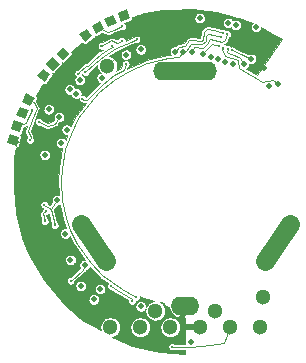
<source format=gbr>
G04 #@! TF.FileFunction,Copper,L2,Inr,Signal*
%FSLAX46Y46*%
G04 Gerber Fmt 4.6, Leading zero omitted, Abs format (unit mm)*
G04 Created by KiCad (PCBNEW 0.201503110816+5502~22~ubuntu14.04.1-product) date ថ្ងៃ​អាទិត្យ ថ្ងៃ 29 ខែ មិនា ឆ្នាំ  2015, 13 ម៉ោង m នាទី 44 វិនាទី​*
%MOMM*%
G01*
G04 APERTURE LIST*
%ADD10C,0.020000*%
%ADD11C,1.600000*%
%ADD12O,5.400000X1.600000*%
%ADD13O,2.400000X1.600000*%
%ADD14C,1.300000*%
%ADD15C,0.250000*%
%ADD16C,0.500000*%
%ADD17C,0.100000*%
%ADD18C,0.150000*%
%ADD19C,0.500000*%
%ADD20C,0.200000*%
%ADD21C,0.400000*%
G04 APERTURE END LIST*
D10*
D11*
X100845913Y-99563789D02*
X98754087Y-102736211D01*
D12*
X92000000Y-86650000D03*
D11*
X85243143Y-102738034D02*
X83156857Y-99561966D01*
D13*
X92000000Y-106500000D03*
D14*
X85650000Y-108320000D03*
X90730000Y-108320000D03*
X88190000Y-108320000D03*
X93270000Y-108320000D03*
X85400000Y-86200000D03*
X98600000Y-105800000D03*
X98350000Y-108320000D03*
X95820000Y-108320000D03*
X89460000Y-106920000D03*
X94550000Y-106920000D03*
D10*
G36*
X82195599Y-85169873D02*
X81620127Y-85725599D01*
X81064401Y-85150127D01*
X81639873Y-84594401D01*
X82195599Y-85169873D01*
X82195599Y-85169873D01*
G37*
G36*
X87322685Y-82169069D02*
X86570931Y-82442685D01*
X86297315Y-81690931D01*
X87049069Y-81417315D01*
X87322685Y-82169069D01*
X87322685Y-82169069D01*
G37*
G36*
X86211570Y-82583476D02*
X85486524Y-82921570D01*
X85148430Y-82196524D01*
X85873476Y-81858430D01*
X86211570Y-82583476D01*
X86211570Y-82583476D01*
G37*
G36*
X85146410Y-83096410D02*
X84453590Y-83496410D01*
X84053590Y-82803590D01*
X84746410Y-82403590D01*
X85146410Y-83096410D01*
X85146410Y-83096410D01*
G37*
G36*
X80568721Y-86891507D02*
X80098493Y-87538721D01*
X79451279Y-87068493D01*
X79921507Y-86421279D01*
X80568721Y-86891507D01*
X80568721Y-86891507D01*
G37*
G36*
X81344910Y-86000394D02*
X80809606Y-86594910D01*
X80215090Y-86059606D01*
X80750394Y-85465090D01*
X81344910Y-86000394D01*
X81344910Y-86000394D01*
G37*
G36*
X84127091Y-83698230D02*
X83471770Y-84157091D01*
X83012909Y-83501770D01*
X83668230Y-83042909D01*
X84127091Y-83698230D01*
X84127091Y-83698230D01*
G37*
G36*
X78268435Y-91052020D02*
X78007980Y-91808435D01*
X77251565Y-91547980D01*
X77512020Y-90791565D01*
X78268435Y-91052020D01*
X78268435Y-91052020D01*
G37*
G36*
X78725961Y-89961757D02*
X78408243Y-90695961D01*
X77674039Y-90378243D01*
X77991757Y-89644039D01*
X78725961Y-89961757D01*
X78725961Y-89961757D01*
G37*
G36*
X79250968Y-88894610D02*
X78875390Y-89600968D01*
X78169032Y-89225390D01*
X78544610Y-88519032D01*
X79250968Y-88894610D01*
X79250968Y-88894610D01*
G37*
G36*
X77904887Y-92178650D02*
X77711350Y-92954887D01*
X76935113Y-92761350D01*
X77128650Y-91985113D01*
X77904887Y-92178650D01*
X77904887Y-92178650D01*
G37*
D15*
X87900467Y-82552931D03*
X88029584Y-82926690D03*
X88162853Y-83312469D03*
X85986426Y-106481456D03*
D16*
X91990000Y-83360000D03*
D15*
X90250000Y-82930000D03*
X90250000Y-83390000D03*
X90250000Y-83890000D03*
X90201626Y-84338869D03*
X89818019Y-84409197D03*
X89530505Y-84651581D03*
X88951866Y-84788004D03*
X88714075Y-84565642D03*
X88344046Y-84068497D03*
X88212878Y-83715217D03*
D16*
X88030000Y-82150000D03*
X93060000Y-83590000D03*
X97410000Y-83270000D03*
D15*
X89080000Y-83720000D03*
X91080000Y-82220000D03*
D16*
X90310000Y-82230000D03*
D15*
X96584779Y-84231111D03*
X79500000Y-96000000D03*
X79500000Y-97450000D03*
X83984029Y-85117556D03*
X89280105Y-85094945D03*
X84230685Y-104631495D03*
X83810887Y-104202811D03*
X82069315Y-105068505D03*
X80649466Y-103815467D03*
X79851970Y-102303711D03*
X86003296Y-83716042D03*
X81351973Y-87204899D03*
X78751421Y-92854949D03*
X81570013Y-91090750D03*
X81311867Y-91687290D03*
X82514715Y-89344533D03*
X81543574Y-89918544D03*
X80786426Y-89101456D03*
D16*
X94740000Y-82360000D03*
X98630000Y-86340000D03*
X97940000Y-85040000D03*
D15*
X96085309Y-84496684D03*
X97865000Y-86526314D03*
X95819735Y-83997213D03*
X83894732Y-87084986D03*
X82785285Y-86075467D03*
D16*
X98660000Y-84080000D03*
D15*
X78854949Y-92468579D03*
X84895971Y-84502444D03*
X86610000Y-84050000D03*
D16*
X82270000Y-102630000D03*
X84780000Y-105100000D03*
X83050000Y-87390000D03*
X80090000Y-93730000D03*
D15*
X87480000Y-106090000D03*
X85710000Y-104850000D03*
D16*
X99120000Y-87930000D03*
X86980000Y-85250000D03*
X82210000Y-88190000D03*
X96020000Y-86070000D03*
D15*
X87870000Y-83950000D03*
X83524916Y-86748480D03*
X95968360Y-84879206D03*
D16*
X97570000Y-85600000D03*
D15*
X85820000Y-84490000D03*
X82920000Y-86840000D03*
D16*
X96970000Y-86020000D03*
D15*
X95585838Y-84762257D03*
X86650000Y-82830000D03*
D16*
X95380000Y-85830000D03*
X80440000Y-89870000D03*
X88220000Y-84800000D03*
X94750000Y-85630000D03*
X82760000Y-88540000D03*
D15*
X86947898Y-86030719D03*
X83290000Y-88960000D03*
D16*
X94130000Y-85420000D03*
X84920000Y-87210000D03*
D15*
X79568133Y-90932710D03*
D16*
X81290000Y-90530000D03*
X84250000Y-105970000D03*
D15*
X94820794Y-84528360D03*
D16*
X93500000Y-85150000D03*
D15*
X80090000Y-99360000D03*
X80170000Y-98500000D03*
X79010000Y-89920000D03*
D16*
X81510000Y-92730000D03*
D15*
X95171640Y-83380794D03*
D16*
X91110000Y-85000000D03*
X81840000Y-100390000D03*
X83470000Y-103050000D03*
D15*
X82288470Y-104399012D03*
D16*
X81130000Y-97580000D03*
D15*
X80948030Y-99696289D03*
X80040000Y-97950000D03*
D16*
X81960000Y-91600000D03*
D15*
X95554162Y-83497743D03*
D16*
X92550000Y-85020000D03*
X83134786Y-104823552D03*
X95630000Y-82560000D03*
X96260000Y-82730000D03*
D15*
X87810000Y-105800000D03*
X90870000Y-109960000D03*
D16*
X91770000Y-85000000D03*
D15*
X95054691Y-83763316D03*
D16*
X92440000Y-109550000D03*
X99810000Y-87700000D03*
X88220000Y-106560000D03*
D15*
X95203316Y-84645309D03*
D16*
X97990000Y-82900000D03*
X93210000Y-82150000D03*
D17*
X78751421Y-92854949D02*
X78670000Y-93200000D01*
X78670000Y-93200000D02*
X78500000Y-93300000D01*
X78500000Y-93300000D02*
X77780000Y-93100000D01*
X77780000Y-93100000D02*
X77420000Y-92470000D01*
D18*
X87900467Y-82552931D02*
X87900000Y-82550000D01*
X88029584Y-82926690D02*
X88030000Y-82930000D01*
X88162853Y-83312469D02*
X88160000Y-83310000D01*
D17*
X85986426Y-106481456D02*
X85980000Y-106480000D01*
D18*
X91990161Y-81516383D02*
X91990000Y-83360000D01*
X90201626Y-84338869D02*
X90200000Y-84340000D01*
X89818019Y-84409197D02*
X89820000Y-84410000D01*
X89530505Y-84651581D02*
X89530000Y-84650000D01*
X88951866Y-84788004D02*
X88950000Y-84790000D01*
X88714075Y-84565642D02*
X88710000Y-84570000D01*
X88344046Y-84068497D02*
X88350000Y-84070000D01*
X88212878Y-83715217D02*
X88210000Y-83710000D01*
X94750000Y-82940000D02*
X95650000Y-83090000D01*
X93670000Y-82760000D02*
X93240000Y-83160000D01*
X93240000Y-83160000D02*
X93210000Y-83380000D01*
X93210000Y-83380000D02*
X93060000Y-83590000D01*
X93828577Y-81599687D02*
X94190000Y-81630000D01*
X92640000Y-81500000D02*
X93828577Y-81599687D01*
X92478843Y-81504063D02*
X92640000Y-81500000D01*
X91450000Y-81530000D02*
X91990161Y-81516383D01*
X91990161Y-81516383D02*
X92478843Y-81504063D01*
X90100000Y-81590000D02*
X91450000Y-81530000D01*
X89080000Y-81720000D02*
X90100000Y-81590000D01*
X88220000Y-81920000D02*
X89080000Y-81720000D01*
X88030000Y-82150000D02*
X88220000Y-81920000D01*
X95220000Y-81850000D02*
X95600000Y-81950000D01*
X94190000Y-81630000D02*
X95220000Y-81850000D01*
X93704054Y-82765676D02*
X93670000Y-82760000D01*
X94750000Y-82940000D02*
X93704054Y-82765676D01*
X97410000Y-83270000D02*
X97460000Y-82670000D01*
X97430000Y-82550000D02*
X97460000Y-82670000D01*
X96910000Y-82340000D02*
X97430000Y-82550000D01*
X96565672Y-82225224D02*
X96910000Y-82340000D01*
X96460000Y-82190000D02*
X96565672Y-82225224D01*
X95600000Y-81950000D02*
X96460000Y-82190000D01*
X96390000Y-83290000D02*
X97410000Y-83270000D01*
X96380681Y-83287481D02*
X96390000Y-83290000D01*
X95650000Y-83090000D02*
X96380681Y-83287481D01*
D17*
X96584779Y-84231111D02*
X96580000Y-84230000D01*
X83984029Y-85117556D02*
X83990000Y-85120000D01*
X89280105Y-85094945D02*
X89280000Y-85090000D01*
X84230685Y-104631495D02*
X84230000Y-104630000D01*
X83810887Y-104202811D02*
X83810000Y-104200000D01*
X82069315Y-105068505D02*
X82070000Y-105060000D01*
X80649466Y-103815467D02*
X80650000Y-103820000D01*
X79851970Y-102303711D02*
X79850000Y-102300000D01*
X86003296Y-83716042D02*
X86000000Y-83720000D01*
X81351973Y-87204899D02*
X81350000Y-87200000D01*
X78751421Y-92854949D02*
X78750000Y-92850000D01*
X81570013Y-91090750D02*
X81570000Y-91090000D01*
X81311867Y-91687290D02*
X81310000Y-91690000D01*
X82514715Y-89344533D02*
X82510000Y-89350000D01*
X81543574Y-89918544D02*
X81540000Y-89920000D01*
X80786426Y-89101456D02*
X80790000Y-89100000D01*
D19*
X93270000Y-108320000D02*
X91790000Y-108310000D01*
D20*
X96085309Y-84496684D02*
X96080000Y-84500000D01*
D17*
X97865000Y-86526314D02*
X97870000Y-86530000D01*
X95819735Y-83997213D02*
X95820000Y-84000000D01*
X83894732Y-87084986D02*
X83900000Y-87090000D01*
X82785285Y-86075467D02*
X82780000Y-86080000D01*
D21*
X86740000Y-106960000D02*
X85986426Y-106481456D01*
X87070000Y-107830000D02*
X86740000Y-106960000D01*
X86750000Y-108680000D02*
X87070000Y-107830000D01*
X87210000Y-109420000D02*
X86750000Y-108680000D01*
X88850000Y-109870000D02*
X87210000Y-109420000D01*
X89510000Y-109280000D02*
X88850000Y-109870000D01*
X90350000Y-109370000D02*
X89510000Y-109280000D01*
X91350000Y-109410000D02*
X90350000Y-109370000D01*
X91770000Y-109000000D02*
X91350000Y-109410000D01*
X91798603Y-108310058D02*
X91770000Y-109000000D01*
X91750000Y-107500000D02*
X91798603Y-108310058D01*
D19*
X92000000Y-106500000D02*
X91750000Y-107500000D01*
D17*
X78854949Y-92468579D02*
X78890000Y-92250000D01*
X78710000Y-89060000D02*
X79160000Y-89280000D01*
X79160000Y-89280000D02*
X79420000Y-89790000D01*
X79420000Y-89790000D02*
X79000000Y-90790000D01*
X79000000Y-90790000D02*
X78670000Y-91750000D01*
X78670000Y-91750000D02*
X78890000Y-92250000D01*
X84895971Y-84502444D02*
X85630000Y-84100000D01*
X85630000Y-84100000D02*
X85730000Y-84040000D01*
X85730000Y-84040000D02*
X86230000Y-84220000D01*
X86230000Y-84220000D02*
X86610000Y-84050000D01*
X87480000Y-106090000D02*
X87450000Y-105890000D01*
X87450000Y-105890000D02*
X86220000Y-105190000D01*
X86220000Y-105190000D02*
X85710000Y-104850000D01*
X87360000Y-84140000D02*
X87870000Y-83950000D01*
X86170000Y-84710000D02*
X87360000Y-84140000D01*
X85070000Y-85360000D02*
X86170000Y-84710000D01*
X84350000Y-85950000D02*
X85070000Y-85360000D01*
X83524916Y-86748480D02*
X84350000Y-85950000D01*
X97570000Y-85600000D02*
X97410000Y-85550000D01*
X96740000Y-85220000D02*
X97410000Y-85550000D01*
X95968360Y-84879206D02*
X96740000Y-85220000D01*
X85880000Y-84590000D02*
X85820000Y-84490000D01*
X83000000Y-86750000D02*
X83570000Y-86170000D01*
X83570000Y-86170000D02*
X83740000Y-86170000D01*
X83740000Y-86170000D02*
X84250000Y-85680000D01*
X84250000Y-85680000D02*
X84880000Y-85170000D01*
X84880000Y-85170000D02*
X85640000Y-84720000D01*
X85640000Y-84720000D02*
X85880000Y-84590000D01*
X82920000Y-86840000D02*
X83000000Y-86750000D01*
X95585838Y-84762257D02*
X95520000Y-84990000D01*
X95520000Y-84990000D02*
X95590000Y-85120000D01*
X95590000Y-85120000D02*
X96100000Y-85290000D01*
X96100000Y-85290000D02*
X96430000Y-85430000D01*
X96430000Y-85430000D02*
X96540000Y-85470000D01*
X96540000Y-85470000D02*
X96650000Y-85520000D01*
X96970000Y-86020000D02*
X96650000Y-85520000D01*
X86650000Y-82830000D02*
X85950000Y-83130000D01*
X85950000Y-83130000D02*
X85490000Y-83360000D01*
X85490000Y-83360000D02*
X85180000Y-83270000D01*
X85180000Y-83270000D02*
X85110000Y-83150000D01*
X85110000Y-83150000D02*
X84600000Y-82950000D01*
X86947898Y-86030719D02*
X86800000Y-86530000D01*
X86800000Y-86530000D02*
X86000000Y-86990000D01*
X86000000Y-86990000D02*
X85010000Y-87770000D01*
X85010000Y-87770000D02*
X84020000Y-88730000D01*
X84020000Y-88730000D02*
X83680000Y-89120000D01*
X83680000Y-89120000D02*
X83390000Y-89090000D01*
X83390000Y-89090000D02*
X83290000Y-88960000D01*
X79568133Y-90932710D02*
X80360000Y-91270000D01*
X80360000Y-91270000D02*
X81000000Y-91080000D01*
X81000000Y-91080000D02*
X81290000Y-90530000D01*
X93500000Y-85150000D02*
X93630000Y-84940000D01*
X94280000Y-84350000D02*
X93630000Y-84940000D01*
X94820794Y-84528360D02*
X94280000Y-84350000D01*
X80090000Y-99360000D02*
X79960000Y-98680000D01*
X79960000Y-98680000D02*
X80170000Y-98500000D01*
X79010000Y-89920000D02*
X78620000Y-90780000D01*
X78620000Y-90780000D02*
X78500000Y-91050000D01*
X78500000Y-91050000D02*
X77760000Y-91300000D01*
X91110000Y-85000000D02*
X91460000Y-84560000D01*
X92010000Y-84540000D02*
X91460000Y-84560000D01*
X92340000Y-84040000D02*
X92010000Y-84540000D01*
X92600000Y-84040000D02*
X92340000Y-84040000D01*
X93360000Y-84090000D02*
X92600000Y-84040000D01*
X93470000Y-83990000D02*
X93360000Y-84090000D01*
X93560000Y-83330000D02*
X93470000Y-83990000D01*
X93830000Y-83100000D02*
X93560000Y-83330000D01*
X94400000Y-83180000D02*
X93830000Y-83100000D01*
X95171640Y-83380794D02*
X94400000Y-83180000D01*
X83360000Y-103450000D02*
X82288470Y-104399012D01*
X83360000Y-103450000D02*
X83470000Y-103050000D01*
X81130000Y-97580000D02*
X80593208Y-98342243D01*
X80593208Y-98342243D02*
X80593208Y-98342242D01*
X80948030Y-99696289D02*
X80593208Y-98342242D01*
X80593208Y-98342242D02*
X80590000Y-98330000D01*
X80590000Y-98330000D02*
X80040000Y-97950000D01*
X95554162Y-83497743D02*
X95390000Y-84000000D01*
X95390000Y-84000000D02*
X95100000Y-84150000D01*
X95100000Y-84150000D02*
X94460000Y-83990000D01*
X94460000Y-83990000D02*
X94080000Y-83930000D01*
X94080000Y-83930000D02*
X94010000Y-83970000D01*
X94010000Y-83970000D02*
X93950000Y-84250000D01*
X93950000Y-84250000D02*
X93940000Y-84270000D01*
X93940000Y-84270000D02*
X93490000Y-84690000D01*
X93490000Y-84690000D02*
X92760000Y-84620000D01*
X92550000Y-85020000D02*
X92760000Y-84620000D01*
X81470000Y-95860000D02*
X81590000Y-97570000D01*
X81590000Y-97570000D02*
X81910000Y-99080000D01*
X86630000Y-105090000D02*
X87810000Y-105800000D01*
X90870000Y-109960000D02*
X92480000Y-110020000D01*
X92480000Y-110020000D02*
X94110000Y-109850000D01*
X94110000Y-109850000D02*
X95270000Y-109630000D01*
X95270000Y-109630000D02*
X95820000Y-108320000D01*
X91770000Y-85000000D02*
X91440000Y-85460000D01*
X91440000Y-85460000D02*
X90540000Y-85540000D01*
X90540000Y-85540000D02*
X89830000Y-85660000D01*
X89830000Y-85660000D02*
X88720000Y-85970000D01*
X88720000Y-85970000D02*
X87260000Y-86610000D01*
X87260000Y-86610000D02*
X85950000Y-87370000D01*
X85950000Y-87370000D02*
X84700000Y-88430000D01*
X84700000Y-88430000D02*
X83820000Y-89410000D01*
X83820000Y-89410000D02*
X82920000Y-90610000D01*
X82920000Y-90610000D02*
X82290000Y-91970000D01*
X82290000Y-91970000D02*
X81830000Y-93220000D01*
X81830000Y-93220000D02*
X81520000Y-94910000D01*
X81520000Y-94910000D02*
X81470000Y-95860000D01*
X81910000Y-99080000D02*
X82240000Y-100090000D01*
X82240000Y-100090000D02*
X82820000Y-101240000D01*
X82820000Y-101240000D02*
X84000000Y-102920000D01*
X84000000Y-102920000D02*
X84920000Y-103910000D01*
X84920000Y-103910000D02*
X86630000Y-105090000D01*
X94460000Y-83580000D02*
X95054691Y-83763316D01*
X94460000Y-83580000D02*
X93950000Y-83500000D01*
X93950000Y-83500000D02*
X93790000Y-83630000D01*
X93790000Y-83630000D02*
X93720000Y-84120000D01*
X93720000Y-84120000D02*
X93440000Y-84380000D01*
X93440000Y-84380000D02*
X92480000Y-84300000D01*
X92480000Y-84300000D02*
X92050000Y-84960000D01*
X92050000Y-84960000D02*
X91780000Y-84960000D01*
X91770000Y-85000000D02*
X91780000Y-84960000D01*
X97950000Y-87200000D02*
X98500000Y-87600000D01*
X98500000Y-87600000D02*
X99380000Y-87350000D01*
X99380000Y-87350000D02*
X99810000Y-87700000D01*
X97260000Y-86760000D02*
X97950000Y-87200000D01*
X96550000Y-86380000D02*
X97260000Y-86760000D01*
X96450000Y-85720000D02*
X96550000Y-86380000D01*
X95380000Y-85320000D02*
X96450000Y-85720000D01*
X95370000Y-85300000D02*
X95380000Y-85320000D01*
X95140000Y-84840000D02*
X95370000Y-85300000D01*
X95140000Y-84840000D02*
X95203316Y-84645309D01*
G36*
X100203387Y-83922147D02*
X98104872Y-87003509D01*
X98097043Y-86997816D01*
X98091946Y-86994822D01*
X98087347Y-86991108D01*
X98084416Y-86989211D01*
X97394416Y-86549211D01*
X97387468Y-86545682D01*
X97381036Y-86541252D01*
X97377969Y-86539584D01*
X97166569Y-86426440D01*
X97173876Y-86423607D01*
X97248388Y-86376320D01*
X97312296Y-86315462D01*
X97363166Y-86243349D01*
X97399060Y-86162729D01*
X97418611Y-86076673D01*
X97419329Y-86025266D01*
X97430270Y-86030046D01*
X97516460Y-86048996D01*
X97604691Y-86050844D01*
X97691599Y-86035520D01*
X97773876Y-86003607D01*
X97848388Y-85956320D01*
X97912296Y-85895462D01*
X97963166Y-85823349D01*
X97999060Y-85742729D01*
X98018611Y-85656673D01*
X98020019Y-85555875D01*
X98002878Y-85469306D01*
X97969249Y-85387716D01*
X97920412Y-85314211D01*
X97858228Y-85251592D01*
X97785066Y-85202243D01*
X97703712Y-85168045D01*
X97617265Y-85150300D01*
X97529018Y-85149684D01*
X97442332Y-85166220D01*
X97360508Y-85199279D01*
X97318948Y-85226474D01*
X96850462Y-84995728D01*
X96847200Y-84994500D01*
X96844184Y-84992743D01*
X96841000Y-84991310D01*
X96710019Y-84933462D01*
X96710019Y-82685875D01*
X96692878Y-82599306D01*
X96659249Y-82517716D01*
X96610412Y-82444211D01*
X96548228Y-82381592D01*
X96475066Y-82332243D01*
X96393712Y-82298045D01*
X96307265Y-82280300D01*
X96219018Y-82279684D01*
X96132332Y-82296220D01*
X96050508Y-82329279D01*
X96027153Y-82344561D01*
X95980412Y-82274211D01*
X95918228Y-82211592D01*
X95845066Y-82162243D01*
X95763712Y-82128045D01*
X95677265Y-82110300D01*
X95589018Y-82109684D01*
X95502332Y-82126220D01*
X95420508Y-82159279D01*
X95346664Y-82207601D01*
X95283612Y-82269346D01*
X95233754Y-82342162D01*
X95198989Y-82423275D01*
X95180641Y-82509596D01*
X95179409Y-82597837D01*
X95195340Y-82684637D01*
X95227826Y-82766689D01*
X95275632Y-82840869D01*
X95336935Y-82904350D01*
X95409401Y-82954715D01*
X95490270Y-82990046D01*
X95576460Y-83008996D01*
X95664691Y-83010844D01*
X95751599Y-82995520D01*
X95833876Y-82963607D01*
X95863186Y-82945006D01*
X95905632Y-83010869D01*
X95966935Y-83074350D01*
X96039401Y-83124715D01*
X96120270Y-83160046D01*
X96206460Y-83178996D01*
X96294691Y-83180844D01*
X96381599Y-83165520D01*
X96463876Y-83133607D01*
X96538388Y-83086320D01*
X96602296Y-83025462D01*
X96653166Y-82953349D01*
X96689060Y-82872729D01*
X96708611Y-82786673D01*
X96710019Y-82685875D01*
X96710019Y-84933462D01*
X96260420Y-84734897D01*
X96256707Y-84725889D01*
X96221436Y-84672802D01*
X96176525Y-84627577D01*
X96123686Y-84591937D01*
X96064930Y-84567238D01*
X96002496Y-84554422D01*
X95938762Y-84553977D01*
X95876155Y-84565920D01*
X95852068Y-84575651D01*
X95838914Y-84555853D01*
X95794003Y-84510628D01*
X95741164Y-84474988D01*
X95682408Y-84450289D01*
X95619974Y-84437473D01*
X95556240Y-84437028D01*
X95493633Y-84448971D01*
X95469545Y-84458702D01*
X95456392Y-84438905D01*
X95411481Y-84393680D01*
X95358642Y-84358040D01*
X95299886Y-84333341D01*
X95292594Y-84331844D01*
X95504856Y-84222054D01*
X95523433Y-84210012D01*
X95542190Y-84198338D01*
X95543866Y-84196769D01*
X95545800Y-84195516D01*
X95561687Y-84180092D01*
X95577817Y-84165000D01*
X95579158Y-84163133D01*
X95580809Y-84161531D01*
X95593389Y-84143327D01*
X95606288Y-84125377D01*
X95607241Y-84123284D01*
X95608549Y-84121393D01*
X95617345Y-84101114D01*
X95626522Y-84080980D01*
X95627629Y-84077669D01*
X95727266Y-83772825D01*
X95755220Y-83755086D01*
X95801376Y-83711133D01*
X95838116Y-83659051D01*
X95864039Y-83600825D01*
X95878160Y-83538673D01*
X95879176Y-83465875D01*
X95866797Y-83403353D01*
X95842509Y-83344426D01*
X95807238Y-83291339D01*
X95762327Y-83246114D01*
X95709488Y-83210474D01*
X95650732Y-83185775D01*
X95588298Y-83172959D01*
X95524564Y-83172514D01*
X95461957Y-83184457D01*
X95437870Y-83194188D01*
X95424716Y-83174390D01*
X95379805Y-83129165D01*
X95326966Y-83093525D01*
X95268210Y-83068826D01*
X95205776Y-83056010D01*
X95142042Y-83055565D01*
X95079435Y-83067508D01*
X95032815Y-83086343D01*
X94462958Y-82938057D01*
X94450455Y-82936079D01*
X94438201Y-82932936D01*
X94434747Y-82932427D01*
X93864747Y-82852427D01*
X93858595Y-82852170D01*
X93852545Y-82851019D01*
X93834274Y-82851154D01*
X93815998Y-82850392D01*
X93809905Y-82851336D01*
X93803755Y-82851382D01*
X93785868Y-82855061D01*
X93767782Y-82857865D01*
X93761990Y-82859974D01*
X93755964Y-82861214D01*
X93739121Y-82868303D01*
X93721936Y-82874562D01*
X93716667Y-82877753D01*
X93710994Y-82880142D01*
X93695847Y-82890368D01*
X93680206Y-82899845D01*
X93675659Y-82903998D01*
X93670556Y-82907444D01*
X93667883Y-82909689D01*
X93660019Y-82916387D01*
X93660019Y-82105875D01*
X93642878Y-82019306D01*
X93609249Y-81937716D01*
X93560412Y-81864211D01*
X93498228Y-81801592D01*
X93425066Y-81752243D01*
X93343712Y-81718045D01*
X93257265Y-81700300D01*
X93169018Y-81699684D01*
X93082332Y-81716220D01*
X93000508Y-81749279D01*
X92926664Y-81797601D01*
X92863612Y-81859346D01*
X92813754Y-81932162D01*
X92778989Y-82013275D01*
X92760641Y-82099596D01*
X92759409Y-82187837D01*
X92775340Y-82274637D01*
X92807826Y-82356689D01*
X92855632Y-82430869D01*
X92916935Y-82494350D01*
X92989401Y-82544715D01*
X93070270Y-82580046D01*
X93156460Y-82598996D01*
X93244691Y-82600844D01*
X93331599Y-82585520D01*
X93413876Y-82553607D01*
X93488388Y-82506320D01*
X93552296Y-82445462D01*
X93603166Y-82373349D01*
X93639060Y-82292729D01*
X93658611Y-82206673D01*
X93660019Y-82105875D01*
X93660019Y-82916387D01*
X93397883Y-83139689D01*
X93386657Y-83151323D01*
X93374697Y-83162182D01*
X93369760Y-83168837D01*
X93364006Y-83174802D01*
X93355254Y-83188395D01*
X93345630Y-83201371D01*
X93342082Y-83208854D01*
X93337593Y-83215827D01*
X93331647Y-83230862D01*
X93324728Y-83245459D01*
X93322700Y-83253492D01*
X93319653Y-83261200D01*
X93316742Y-83277096D01*
X93312788Y-83292766D01*
X93312292Y-83296222D01*
X93239297Y-83831518D01*
X92616412Y-83790539D01*
X92609933Y-83790746D01*
X92603491Y-83790024D01*
X92600000Y-83790000D01*
X92340000Y-83790000D01*
X92316238Y-83792329D01*
X92292404Y-83794572D01*
X92291930Y-83794713D01*
X92291441Y-83794761D01*
X92268532Y-83801677D01*
X92245641Y-83808491D01*
X92245206Y-83808719D01*
X92244732Y-83808863D01*
X92223630Y-83820083D01*
X92202470Y-83831228D01*
X92202084Y-83831540D01*
X92201652Y-83831770D01*
X92183166Y-83846846D01*
X92164539Y-83861917D01*
X92164224Y-83862294D01*
X92163841Y-83862607D01*
X92148623Y-83881002D01*
X92133291Y-83899389D01*
X92132768Y-83900168D01*
X92132741Y-83900202D01*
X92132718Y-83900242D01*
X92131348Y-83902289D01*
X91872262Y-84294843D01*
X91450915Y-84310165D01*
X91442646Y-84311280D01*
X91434305Y-84311324D01*
X91418523Y-84314534D01*
X91402561Y-84316688D01*
X91394666Y-84319388D01*
X91386493Y-84321051D01*
X91371638Y-84327264D01*
X91356395Y-84332478D01*
X91349175Y-84336660D01*
X91341480Y-84339879D01*
X91328111Y-84348862D01*
X91314176Y-84356935D01*
X91307905Y-84362439D01*
X91300983Y-84367092D01*
X91289617Y-84378496D01*
X91277511Y-84389126D01*
X91272430Y-84395743D01*
X91266542Y-84401652D01*
X91264350Y-84404369D01*
X91148318Y-84550237D01*
X91069018Y-84549684D01*
X90982332Y-84566220D01*
X90900508Y-84599279D01*
X90826664Y-84647601D01*
X90763612Y-84709346D01*
X90713754Y-84782162D01*
X90678989Y-84863275D01*
X90660641Y-84949596D01*
X90659409Y-85037837D01*
X90675340Y-85124637D01*
X90707826Y-85206689D01*
X90748913Y-85270444D01*
X90517865Y-85290982D01*
X90509890Y-85292485D01*
X90501783Y-85292938D01*
X90498337Y-85293496D01*
X89788337Y-85413496D01*
X89777357Y-85416477D01*
X89766123Y-85418298D01*
X89762754Y-85419214D01*
X88670019Y-85724391D01*
X88670019Y-84755875D01*
X88652878Y-84669306D01*
X88619249Y-84587716D01*
X88570412Y-84514211D01*
X88508228Y-84451592D01*
X88435066Y-84402243D01*
X88353712Y-84368045D01*
X88267265Y-84350300D01*
X88195014Y-84349795D01*
X88179018Y-84349684D01*
X88092332Y-84366220D01*
X88010508Y-84399279D01*
X87936664Y-84447601D01*
X87873612Y-84509346D01*
X87823754Y-84582162D01*
X87788989Y-84663275D01*
X87770641Y-84749596D01*
X87769409Y-84837837D01*
X87785340Y-84924637D01*
X87817826Y-85006689D01*
X87865632Y-85080869D01*
X87926935Y-85144350D01*
X87999401Y-85194715D01*
X88080270Y-85230046D01*
X88166460Y-85248996D01*
X88254691Y-85250844D01*
X88341599Y-85235520D01*
X88423876Y-85203607D01*
X88498388Y-85156320D01*
X88562296Y-85095462D01*
X88613166Y-85023349D01*
X88649060Y-84942729D01*
X88668611Y-84856673D01*
X88670019Y-84755875D01*
X88670019Y-85724391D01*
X88652753Y-85729214D01*
X88637976Y-85734946D01*
X88622838Y-85739653D01*
X88619631Y-85741033D01*
X87430019Y-86262506D01*
X87430019Y-85205875D01*
X87412878Y-85119306D01*
X87379249Y-85037716D01*
X87330412Y-84964211D01*
X87268228Y-84901592D01*
X87195066Y-84852243D01*
X87113712Y-84818045D01*
X87027265Y-84800300D01*
X86939018Y-84799684D01*
X86852332Y-84816220D01*
X86770508Y-84849279D01*
X86696664Y-84897601D01*
X86633612Y-84959346D01*
X86583754Y-85032162D01*
X86548989Y-85113275D01*
X86530641Y-85199596D01*
X86529409Y-85287837D01*
X86545340Y-85374637D01*
X86577826Y-85456689D01*
X86625632Y-85530869D01*
X86686935Y-85594350D01*
X86759401Y-85644715D01*
X86840270Y-85680046D01*
X86926460Y-85698996D01*
X87014691Y-85700844D01*
X87101599Y-85685520D01*
X87183876Y-85653607D01*
X87258388Y-85606320D01*
X87322296Y-85545462D01*
X87373166Y-85473349D01*
X87409060Y-85392729D01*
X87428611Y-85306673D01*
X87430019Y-85205875D01*
X87430019Y-86262506D01*
X87159631Y-86381033D01*
X87148877Y-86387060D01*
X87137578Y-86392025D01*
X87134546Y-86393756D01*
X87094154Y-86417189D01*
X87128572Y-86300997D01*
X87148956Y-86288062D01*
X87195112Y-86244109D01*
X87231852Y-86192027D01*
X87257775Y-86133801D01*
X87271896Y-86071649D01*
X87272912Y-85998851D01*
X87260533Y-85936329D01*
X87236245Y-85877402D01*
X87200974Y-85824315D01*
X87156063Y-85779090D01*
X87103224Y-85743450D01*
X87044468Y-85718751D01*
X86982034Y-85705935D01*
X86918300Y-85705490D01*
X86855693Y-85717433D01*
X86796598Y-85741309D01*
X86743266Y-85776208D01*
X86697729Y-85820802D01*
X86661720Y-85873391D01*
X86636612Y-85931973D01*
X86623360Y-85994316D01*
X86622470Y-86058046D01*
X86633976Y-86120735D01*
X86649146Y-86159049D01*
X86588696Y-86363116D01*
X86137552Y-86622524D01*
X86177736Y-86553035D01*
X86231666Y-86394523D01*
X86253636Y-86228535D01*
X86242801Y-86061451D01*
X86199577Y-85899691D01*
X86125627Y-85749472D01*
X86093919Y-85702019D01*
X85972118Y-85634953D01*
X85407071Y-86200000D01*
X85421213Y-86214142D01*
X85414142Y-86221213D01*
X85400000Y-86207071D01*
X85385857Y-86221213D01*
X85378786Y-86214142D01*
X85392929Y-86200000D01*
X85378786Y-86185857D01*
X85385857Y-86178786D01*
X85400000Y-86192929D01*
X85965047Y-85627882D01*
X85897981Y-85506081D01*
X85753035Y-85422264D01*
X85594523Y-85368334D01*
X85555955Y-85363229D01*
X86287817Y-84930765D01*
X87457829Y-84370339D01*
X87761414Y-84257238D01*
X87769083Y-84260589D01*
X87831332Y-84274276D01*
X87895054Y-84275611D01*
X87957822Y-84264543D01*
X88017244Y-84241494D01*
X88071058Y-84207343D01*
X88117214Y-84163390D01*
X88153954Y-84111308D01*
X88179877Y-84053082D01*
X88193998Y-83990930D01*
X88195014Y-83918132D01*
X88182635Y-83855610D01*
X88158347Y-83796683D01*
X88123076Y-83743596D01*
X88078165Y-83698371D01*
X88025326Y-83662731D01*
X87966570Y-83638032D01*
X87904136Y-83625216D01*
X87840402Y-83624771D01*
X87777795Y-83636714D01*
X87718700Y-83660590D01*
X87665368Y-83695489D01*
X87619831Y-83740083D01*
X87586434Y-83788855D01*
X87272723Y-83905729D01*
X87264161Y-83909910D01*
X87255161Y-83913044D01*
X87252002Y-83914530D01*
X86934336Y-84066689D01*
X86935014Y-84018132D01*
X86922635Y-83955610D01*
X86898347Y-83896683D01*
X86863076Y-83843596D01*
X86818165Y-83798371D01*
X86765326Y-83762731D01*
X86706570Y-83738032D01*
X86644136Y-83725216D01*
X86580402Y-83724771D01*
X86517795Y-83736714D01*
X86458700Y-83760590D01*
X86405368Y-83795489D01*
X86359831Y-83840083D01*
X86323822Y-83892672D01*
X86317735Y-83906872D01*
X86219879Y-83950649D01*
X85814680Y-83804778D01*
X85803744Y-83802011D01*
X85793170Y-83798113D01*
X85780161Y-83796044D01*
X85767379Y-83792810D01*
X85756112Y-83792219D01*
X85744985Y-83790450D01*
X85731825Y-83790947D01*
X85718654Y-83790257D01*
X85707487Y-83791866D01*
X85696227Y-83792292D01*
X85683405Y-83795337D01*
X85670362Y-83797218D01*
X85659729Y-83800962D01*
X85648757Y-83803569D01*
X85636768Y-83809048D01*
X85624341Y-83813425D01*
X85614640Y-83819162D01*
X85604382Y-83823851D01*
X85601376Y-83825627D01*
X85505547Y-83883123D01*
X84957921Y-84183369D01*
X84930107Y-84177660D01*
X84866373Y-84177215D01*
X84803766Y-84189158D01*
X84744671Y-84213034D01*
X84691339Y-84247933D01*
X84645802Y-84292527D01*
X84609793Y-84345116D01*
X84584685Y-84403698D01*
X84571433Y-84466041D01*
X84570543Y-84529771D01*
X84582049Y-84592460D01*
X84605512Y-84651720D01*
X84640038Y-84705294D01*
X84684313Y-84751142D01*
X84736649Y-84787517D01*
X84795054Y-84813033D01*
X84857303Y-84826720D01*
X84921025Y-84828055D01*
X84983793Y-84816987D01*
X84988784Y-84815050D01*
X84752627Y-84954881D01*
X84739322Y-84964629D01*
X84725429Y-84973511D01*
X84722700Y-84975689D01*
X84092700Y-85485689D01*
X84086376Y-85491922D01*
X84079327Y-85497323D01*
X84076793Y-85499724D01*
X83639362Y-85920000D01*
X83570444Y-85920000D01*
X83570000Y-85920000D01*
X83546055Y-85922347D01*
X83521878Y-85924675D01*
X83521664Y-85924739D01*
X83521441Y-85924761D01*
X83497984Y-85931842D01*
X83475143Y-85938695D01*
X83474949Y-85938797D01*
X83474732Y-85938863D01*
X83453188Y-85950318D01*
X83432023Y-85961524D01*
X83431849Y-85961664D01*
X83431652Y-85961770D01*
X83412872Y-85977086D01*
X83394157Y-85992294D01*
X83393863Y-85992588D01*
X83393841Y-85992607D01*
X83393820Y-85992631D01*
X83391693Y-85994767D01*
X82878405Y-86517059D01*
X82827795Y-86526714D01*
X82768700Y-86550590D01*
X82715368Y-86585489D01*
X82669831Y-86630083D01*
X82633822Y-86682672D01*
X82608714Y-86741254D01*
X82595462Y-86803597D01*
X82594572Y-86867327D01*
X82606078Y-86930016D01*
X82629541Y-86989276D01*
X82664067Y-87042850D01*
X82708342Y-87088698D01*
X82711935Y-87091195D01*
X82703612Y-87099346D01*
X82653754Y-87172162D01*
X82618989Y-87253275D01*
X82600641Y-87339596D01*
X82599409Y-87427837D01*
X82615340Y-87514637D01*
X82647826Y-87596689D01*
X82695632Y-87670869D01*
X82756935Y-87734350D01*
X82829401Y-87784715D01*
X82910270Y-87820046D01*
X82996460Y-87838996D01*
X83084691Y-87840844D01*
X83171599Y-87825520D01*
X83253876Y-87793607D01*
X83328388Y-87746320D01*
X83392296Y-87685462D01*
X83443166Y-87613349D01*
X83479060Y-87532729D01*
X83498611Y-87446673D01*
X83500019Y-87345875D01*
X83482878Y-87259306D01*
X83449249Y-87177716D01*
X83400412Y-87104211D01*
X83338228Y-87041592D01*
X83265066Y-86992243D01*
X83216987Y-86972032D01*
X83229877Y-86943082D01*
X83238684Y-86904316D01*
X83268983Y-86951330D01*
X83313258Y-86997178D01*
X83365594Y-87033553D01*
X83423999Y-87059069D01*
X83486248Y-87072756D01*
X83549970Y-87074091D01*
X83612738Y-87063023D01*
X83672160Y-87039974D01*
X83725974Y-87005823D01*
X83772130Y-86961870D01*
X83808870Y-86909788D01*
X83834793Y-86851562D01*
X83848914Y-86789410D01*
X83849007Y-86782738D01*
X84516428Y-86136836D01*
X84555146Y-86105109D01*
X84546364Y-86171465D01*
X84557199Y-86338549D01*
X84600423Y-86500309D01*
X84674373Y-86650528D01*
X84706081Y-86697981D01*
X84827880Y-86765045D01*
X84822451Y-86770474D01*
X84792332Y-86776220D01*
X84710508Y-86809279D01*
X84636664Y-86857601D01*
X84573612Y-86919346D01*
X84523754Y-86992162D01*
X84488989Y-87073275D01*
X84470641Y-87159596D01*
X84469409Y-87247837D01*
X84485340Y-87334637D01*
X84517826Y-87416689D01*
X84565632Y-87490869D01*
X84626935Y-87554350D01*
X84699401Y-87604715D01*
X84780270Y-87640046D01*
X84784039Y-87640874D01*
X83845964Y-88550525D01*
X83840313Y-88557191D01*
X83833869Y-88563101D01*
X83831557Y-88565716D01*
X83592194Y-88840279D01*
X83578347Y-88806683D01*
X83543076Y-88753596D01*
X83498165Y-88708371D01*
X83445326Y-88672731D01*
X83386570Y-88648032D01*
X83324136Y-88635216D01*
X83260402Y-88634771D01*
X83197795Y-88646714D01*
X83197186Y-88646959D01*
X83208611Y-88596673D01*
X83210019Y-88495875D01*
X83192878Y-88409306D01*
X83159249Y-88327716D01*
X83110412Y-88254211D01*
X83048228Y-88191592D01*
X82975066Y-88142243D01*
X82893712Y-88108045D01*
X82807265Y-88090300D01*
X82719018Y-88089684D01*
X82651445Y-88102574D01*
X82642878Y-88059306D01*
X82609249Y-87977716D01*
X82560412Y-87904211D01*
X82498228Y-87841592D01*
X82425066Y-87792243D01*
X82343712Y-87758045D01*
X82257265Y-87740300D01*
X82169018Y-87739684D01*
X82082332Y-87756220D01*
X82000508Y-87789279D01*
X81926664Y-87837601D01*
X81863612Y-87899346D01*
X81813754Y-87972162D01*
X81778989Y-88053275D01*
X81760641Y-88139596D01*
X81759409Y-88227837D01*
X81775340Y-88314637D01*
X81807826Y-88396689D01*
X81855632Y-88470869D01*
X81916935Y-88534350D01*
X81989401Y-88584715D01*
X82070270Y-88620046D01*
X82156460Y-88638996D01*
X82244691Y-88640844D01*
X82318581Y-88627815D01*
X82325340Y-88664637D01*
X82357826Y-88746689D01*
X82405632Y-88820869D01*
X82466935Y-88884350D01*
X82539401Y-88934715D01*
X82620270Y-88970046D01*
X82706460Y-88988996D01*
X82794691Y-88990844D01*
X82881599Y-88975520D01*
X82963876Y-88943607D01*
X82965194Y-88942770D01*
X82964572Y-88987327D01*
X82976078Y-89050016D01*
X82999541Y-89109276D01*
X83034067Y-89162850D01*
X83078342Y-89208698D01*
X83130678Y-89245073D01*
X83189083Y-89270589D01*
X83226274Y-89278766D01*
X83226874Y-89279196D01*
X83228282Y-89280649D01*
X83246652Y-89293372D01*
X83264881Y-89306438D01*
X83266728Y-89307277D01*
X83268393Y-89308430D01*
X83288909Y-89317353D01*
X83309304Y-89326618D01*
X83311277Y-89327081D01*
X83313135Y-89327890D01*
X83335009Y-89332662D01*
X83356800Y-89337786D01*
X83358823Y-89337857D01*
X83360805Y-89338290D01*
X83364275Y-89338673D01*
X83546831Y-89357558D01*
X82720000Y-90460000D01*
X82719982Y-90460028D01*
X82719962Y-90460051D01*
X82707812Y-90480067D01*
X82694673Y-90501704D01*
X82694661Y-90501735D01*
X82694646Y-90501761D01*
X82693157Y-90504918D01*
X82315038Y-91321174D01*
X82310412Y-91314211D01*
X82248228Y-91251592D01*
X82175066Y-91202243D01*
X82093712Y-91168045D01*
X82007265Y-91150300D01*
X81919018Y-91149684D01*
X81832332Y-91166220D01*
X81750508Y-91199279D01*
X81740019Y-91206142D01*
X81740019Y-90485875D01*
X81722878Y-90399306D01*
X81689249Y-90317716D01*
X81640412Y-90244211D01*
X81578228Y-90181592D01*
X81505066Y-90132243D01*
X81423712Y-90098045D01*
X81337265Y-90080300D01*
X81249018Y-90079684D01*
X81162332Y-90096220D01*
X81080508Y-90129279D01*
X81006664Y-90177601D01*
X80943612Y-90239346D01*
X80893754Y-90312162D01*
X80890019Y-90320876D01*
X80890019Y-89825875D01*
X80872878Y-89739306D01*
X80839249Y-89657716D01*
X80790412Y-89584211D01*
X80728228Y-89521592D01*
X80655066Y-89472243D01*
X80573712Y-89438045D01*
X80487265Y-89420300D01*
X80399018Y-89419684D01*
X80312332Y-89436220D01*
X80230508Y-89469279D01*
X80156664Y-89517601D01*
X80093612Y-89579346D01*
X80043754Y-89652162D01*
X80008989Y-89733275D01*
X79990641Y-89819596D01*
X79989409Y-89907837D01*
X80005340Y-89994637D01*
X80037826Y-90076689D01*
X80085632Y-90150869D01*
X80146935Y-90214350D01*
X80219401Y-90264715D01*
X80300270Y-90300046D01*
X80386460Y-90318996D01*
X80474691Y-90320844D01*
X80561599Y-90305520D01*
X80643876Y-90273607D01*
X80718388Y-90226320D01*
X80782296Y-90165462D01*
X80833166Y-90093349D01*
X80869060Y-90012729D01*
X80888611Y-89926673D01*
X80890019Y-89825875D01*
X80890019Y-90320876D01*
X80858989Y-90393275D01*
X80840641Y-90479596D01*
X80839409Y-90567837D01*
X80855340Y-90654637D01*
X80887826Y-90736689D01*
X80893639Y-90745709D01*
X80827949Y-90870293D01*
X80375148Y-91004718D01*
X79858680Y-90784732D01*
X79856480Y-90779393D01*
X79821209Y-90726306D01*
X79776298Y-90681081D01*
X79723459Y-90645441D01*
X79664703Y-90620742D01*
X79602269Y-90607926D01*
X79538535Y-90607481D01*
X79475928Y-90619424D01*
X79416833Y-90643300D01*
X79363501Y-90678199D01*
X79317964Y-90722793D01*
X79281955Y-90775382D01*
X79256847Y-90833964D01*
X79243595Y-90896307D01*
X79242705Y-90960037D01*
X79254211Y-91022726D01*
X79277674Y-91081986D01*
X79312200Y-91135560D01*
X79356475Y-91181408D01*
X79408811Y-91217783D01*
X79467216Y-91243299D01*
X79529465Y-91256986D01*
X79593187Y-91258321D01*
X79655955Y-91247253D01*
X79662592Y-91244678D01*
X80262031Y-91500005D01*
X80272881Y-91503420D01*
X80283305Y-91507945D01*
X80296080Y-91510722D01*
X80308572Y-91514654D01*
X80319885Y-91515897D01*
X80330984Y-91518310D01*
X80344050Y-91518552D01*
X80357072Y-91519984D01*
X80368411Y-91519005D01*
X80379766Y-91519217D01*
X80392638Y-91516916D01*
X80405683Y-91515791D01*
X80416607Y-91512631D01*
X80427796Y-91510632D01*
X80431150Y-91509662D01*
X81071150Y-91319662D01*
X81071283Y-91319607D01*
X81071416Y-91319582D01*
X81093175Y-91310702D01*
X81116346Y-91301278D01*
X81116466Y-91301198D01*
X81116591Y-91301148D01*
X81136087Y-91288293D01*
X81157110Y-91274466D01*
X81157213Y-91274364D01*
X81157326Y-91274290D01*
X81174387Y-91257465D01*
X81191889Y-91240245D01*
X81191966Y-91240130D01*
X81192067Y-91240032D01*
X81205707Y-91219962D01*
X81219360Y-91199923D01*
X81219415Y-91199793D01*
X81219493Y-91199679D01*
X81221142Y-91196602D01*
X81335952Y-90978858D01*
X81411599Y-90965520D01*
X81493876Y-90933607D01*
X81568388Y-90886320D01*
X81632296Y-90825462D01*
X81683166Y-90753349D01*
X81719060Y-90672729D01*
X81738611Y-90586673D01*
X81740019Y-90485875D01*
X81740019Y-91206142D01*
X81676664Y-91247601D01*
X81613612Y-91309346D01*
X81563754Y-91382162D01*
X81528989Y-91463275D01*
X81510641Y-91549596D01*
X81509409Y-91637837D01*
X81525340Y-91724637D01*
X81557826Y-91806689D01*
X81605632Y-91880869D01*
X81666935Y-91944350D01*
X81739401Y-91994715D01*
X81820270Y-92030046D01*
X81906460Y-92048996D01*
X81993865Y-92050826D01*
X81852158Y-92435899D01*
X81798228Y-92381592D01*
X81725066Y-92332243D01*
X81643712Y-92298045D01*
X81557265Y-92280300D01*
X81469018Y-92279684D01*
X81382332Y-92296220D01*
X81300508Y-92329279D01*
X81226664Y-92377601D01*
X81163612Y-92439346D01*
X81113754Y-92512162D01*
X81078989Y-92593275D01*
X81060641Y-92679596D01*
X81059409Y-92767837D01*
X81075340Y-92854637D01*
X81107826Y-92936689D01*
X81155632Y-93010869D01*
X81216935Y-93074350D01*
X81289401Y-93124715D01*
X81370270Y-93160046D01*
X81456460Y-93178996D01*
X81544691Y-93180844D01*
X81584299Y-93173859D01*
X81584103Y-93174894D01*
X81274103Y-94864895D01*
X81272902Y-94879201D01*
X81270553Y-94893375D01*
X81270346Y-94896860D01*
X81220346Y-95846860D01*
X81220959Y-95860430D01*
X81220393Y-95874017D01*
X81220613Y-95877501D01*
X81311174Y-97167996D01*
X81263712Y-97148045D01*
X81177265Y-97130300D01*
X81089018Y-97129684D01*
X81002332Y-97146220D01*
X80920508Y-97179279D01*
X80846664Y-97227601D01*
X80783612Y-97289346D01*
X80733754Y-97362162D01*
X80698989Y-97443275D01*
X80680641Y-97529596D01*
X80679409Y-97617837D01*
X80695340Y-97704637D01*
X80710136Y-97742010D01*
X80540019Y-97983576D01*
X80540019Y-93685875D01*
X80522878Y-93599306D01*
X80489249Y-93517716D01*
X80440412Y-93444211D01*
X80378228Y-93381592D01*
X80305066Y-93332243D01*
X80223712Y-93298045D01*
X80137265Y-93280300D01*
X80049018Y-93279684D01*
X79962332Y-93296220D01*
X79880508Y-93329279D01*
X79806664Y-93377601D01*
X79743612Y-93439346D01*
X79693754Y-93512162D01*
X79658989Y-93593275D01*
X79640641Y-93679596D01*
X79639409Y-93767837D01*
X79655340Y-93854637D01*
X79687826Y-93936689D01*
X79735632Y-94010869D01*
X79796935Y-94074350D01*
X79869401Y-94124715D01*
X79950270Y-94160046D01*
X80036460Y-94178996D01*
X80124691Y-94180844D01*
X80211599Y-94165520D01*
X80293876Y-94133607D01*
X80368388Y-94086320D01*
X80432296Y-94025462D01*
X80483166Y-93953349D01*
X80519060Y-93872729D01*
X80538611Y-93786673D01*
X80540019Y-93685875D01*
X80540019Y-97983576D01*
X80536217Y-97988975D01*
X80354131Y-97863170D01*
X80352635Y-97855610D01*
X80328347Y-97796683D01*
X80293076Y-97743596D01*
X80248165Y-97698371D01*
X80195326Y-97662731D01*
X80136570Y-97638032D01*
X80074136Y-97625216D01*
X80010402Y-97624771D01*
X79947795Y-97636714D01*
X79888700Y-97660590D01*
X79835368Y-97695489D01*
X79789831Y-97740083D01*
X79753822Y-97792672D01*
X79728714Y-97851254D01*
X79715462Y-97913597D01*
X79714572Y-97977327D01*
X79726078Y-98040016D01*
X79749541Y-98099276D01*
X79784067Y-98152850D01*
X79828342Y-98198698D01*
X79880678Y-98235073D01*
X79939083Y-98260589D01*
X79947956Y-98262540D01*
X79919831Y-98290083D01*
X79883822Y-98342672D01*
X79858714Y-98401254D01*
X79849280Y-98445632D01*
X79797302Y-98490186D01*
X79792123Y-98495585D01*
X79786263Y-98500235D01*
X79775275Y-98513156D01*
X79763532Y-98525402D01*
X79759500Y-98531705D01*
X79754655Y-98537404D01*
X79746387Y-98552211D01*
X79737245Y-98566507D01*
X79734514Y-98573474D01*
X79730869Y-98580004D01*
X79725632Y-98596142D01*
X79719444Y-98611936D01*
X79718119Y-98619297D01*
X79715810Y-98626415D01*
X79713809Y-98643253D01*
X79710804Y-98659956D01*
X79710935Y-98667441D01*
X79710053Y-98674865D01*
X79711361Y-98691779D01*
X79711658Y-98708740D01*
X79713237Y-98716046D01*
X79713815Y-98723511D01*
X79714447Y-98726944D01*
X79805051Y-99200876D01*
X79803822Y-99202672D01*
X79778714Y-99261254D01*
X79765462Y-99323597D01*
X79764572Y-99387327D01*
X79776078Y-99450016D01*
X79799541Y-99509276D01*
X79834067Y-99562850D01*
X79878342Y-99608698D01*
X79930678Y-99645073D01*
X79989083Y-99670589D01*
X80051332Y-99684276D01*
X80115054Y-99685611D01*
X80177822Y-99674543D01*
X80237244Y-99651494D01*
X80291058Y-99617343D01*
X80337214Y-99573390D01*
X80373954Y-99521308D01*
X80399877Y-99463082D01*
X80413998Y-99400930D01*
X80415014Y-99328132D01*
X80402635Y-99265610D01*
X80378347Y-99206683D01*
X80343076Y-99153596D01*
X80298165Y-99108371D01*
X80296164Y-99107021D01*
X80240822Y-98817540D01*
X80257822Y-98814543D01*
X80317244Y-98791494D01*
X80371058Y-98757343D01*
X80417214Y-98713390D01*
X80428012Y-98698081D01*
X80653480Y-99558494D01*
X80636744Y-99597543D01*
X80623492Y-99659886D01*
X80622602Y-99723616D01*
X80634108Y-99786305D01*
X80657571Y-99845565D01*
X80692097Y-99899139D01*
X80736372Y-99944987D01*
X80788708Y-99981362D01*
X80847113Y-100006878D01*
X80909362Y-100020565D01*
X80973084Y-100021900D01*
X81035852Y-100010832D01*
X81095274Y-99987783D01*
X81149088Y-99953632D01*
X81195244Y-99909679D01*
X81231984Y-99857597D01*
X81257907Y-99799371D01*
X81272028Y-99737219D01*
X81273044Y-99664421D01*
X81260665Y-99601899D01*
X81236377Y-99542972D01*
X81201106Y-99489885D01*
X81156195Y-99444660D01*
X81137170Y-99431827D01*
X80864484Y-98391224D01*
X81118949Y-98029885D01*
X81164691Y-98030844D01*
X81251599Y-98015520D01*
X81333876Y-97983607D01*
X81408388Y-97936320D01*
X81411459Y-97933395D01*
X81665432Y-99131829D01*
X81668941Y-99142915D01*
X81671301Y-99154318D01*
X81672363Y-99157644D01*
X81931016Y-99949280D01*
X81887265Y-99940300D01*
X81799018Y-99939684D01*
X81712332Y-99956220D01*
X81630508Y-99989279D01*
X81556664Y-100037601D01*
X81493612Y-100099346D01*
X81443754Y-100172162D01*
X81408989Y-100253275D01*
X81390641Y-100339596D01*
X81389409Y-100427837D01*
X81405340Y-100514637D01*
X81437826Y-100596689D01*
X81485632Y-100670869D01*
X81546935Y-100734350D01*
X81619401Y-100784715D01*
X81700270Y-100820046D01*
X81786460Y-100838996D01*
X81874691Y-100840844D01*
X81961599Y-100825520D01*
X82043876Y-100793607D01*
X82118388Y-100746320D01*
X82182296Y-100685462D01*
X82227794Y-100620963D01*
X82596783Y-101352579D01*
X82605555Y-101366422D01*
X82613434Y-101380822D01*
X82615421Y-101383692D01*
X83469710Y-102599968D01*
X83429018Y-102599684D01*
X83342332Y-102616220D01*
X83260508Y-102649279D01*
X83186664Y-102697601D01*
X83123612Y-102759346D01*
X83073754Y-102832162D01*
X83038989Y-102913275D01*
X83020641Y-102999596D01*
X83019409Y-103087837D01*
X83035340Y-103174637D01*
X83067826Y-103256689D01*
X83115632Y-103330869D01*
X83116467Y-103331734D01*
X82720019Y-103682852D01*
X82720019Y-102585875D01*
X82702878Y-102499306D01*
X82669249Y-102417716D01*
X82620412Y-102344211D01*
X82558228Y-102281592D01*
X82485066Y-102232243D01*
X82403712Y-102198045D01*
X82317265Y-102180300D01*
X82229018Y-102179684D01*
X82142332Y-102196220D01*
X82060508Y-102229279D01*
X81986664Y-102277601D01*
X81923612Y-102339346D01*
X81873754Y-102412162D01*
X81838989Y-102493275D01*
X81820641Y-102579596D01*
X81819409Y-102667837D01*
X81835340Y-102754637D01*
X81867826Y-102836689D01*
X81915632Y-102910869D01*
X81976935Y-102974350D01*
X82049401Y-103024715D01*
X82130270Y-103060046D01*
X82216460Y-103078996D01*
X82304691Y-103080844D01*
X82391599Y-103065520D01*
X82473876Y-103033607D01*
X82548388Y-102986320D01*
X82612296Y-102925462D01*
X82663166Y-102853349D01*
X82699060Y-102772729D01*
X82718611Y-102686673D01*
X82720019Y-102585875D01*
X82720019Y-103682852D01*
X82278465Y-104073919D01*
X82258872Y-104073783D01*
X82196265Y-104085726D01*
X82137170Y-104109602D01*
X82083838Y-104144501D01*
X82038301Y-104189095D01*
X82002292Y-104241684D01*
X81977184Y-104300266D01*
X81963932Y-104362609D01*
X81963042Y-104426339D01*
X81974548Y-104489028D01*
X81998011Y-104548288D01*
X82032537Y-104601862D01*
X82076812Y-104647710D01*
X82129148Y-104684085D01*
X82187553Y-104709601D01*
X82249802Y-104723288D01*
X82313524Y-104724623D01*
X82376292Y-104713555D01*
X82435714Y-104690506D01*
X82489528Y-104656355D01*
X82535684Y-104612402D01*
X82572424Y-104560320D01*
X82598347Y-104502094D01*
X82610741Y-104447541D01*
X83525753Y-103637152D01*
X83540435Y-103621335D01*
X83555445Y-103605888D01*
X83556999Y-103603491D01*
X83558948Y-103601393D01*
X83570271Y-103583036D01*
X83582002Y-103564958D01*
X83583063Y-103562301D01*
X83584565Y-103559867D01*
X83592097Y-103539687D01*
X83600103Y-103519649D01*
X83601051Y-103516289D01*
X83611651Y-103477742D01*
X83673876Y-103453607D01*
X83748388Y-103406320D01*
X83812296Y-103345462D01*
X83863166Y-103273349D01*
X83899060Y-103192729D01*
X83901633Y-103181399D01*
X84736868Y-104080184D01*
X84737670Y-104080894D01*
X84738332Y-104081747D01*
X84755964Y-104097078D01*
X84773411Y-104112514D01*
X84774340Y-104113056D01*
X84775151Y-104113762D01*
X84778011Y-104115764D01*
X85492072Y-104608508D01*
X85459831Y-104640083D01*
X85423822Y-104692672D01*
X85398714Y-104751254D01*
X85385462Y-104813597D01*
X85384572Y-104877327D01*
X85396078Y-104940016D01*
X85419541Y-104999276D01*
X85454067Y-105052850D01*
X85498342Y-105098698D01*
X85550678Y-105135073D01*
X85609083Y-105160589D01*
X85671332Y-105174276D01*
X85735054Y-105175611D01*
X85745072Y-105173844D01*
X86081325Y-105398013D01*
X86087587Y-105401355D01*
X86093324Y-105405530D01*
X86096346Y-105407278D01*
X87163723Y-106014729D01*
X87155462Y-106053597D01*
X87154572Y-106117327D01*
X87166078Y-106180016D01*
X87189541Y-106239276D01*
X87224067Y-106292850D01*
X87268342Y-106338698D01*
X87320678Y-106375073D01*
X87379083Y-106400589D01*
X87441332Y-106414276D01*
X87505054Y-106415611D01*
X87567822Y-106404543D01*
X87627244Y-106381494D01*
X87681058Y-106347343D01*
X87727214Y-106303390D01*
X87763954Y-106251308D01*
X87789877Y-106193082D01*
X87803998Y-106130930D01*
X87804081Y-106124962D01*
X87835054Y-106125611D01*
X87897822Y-106114543D01*
X87957244Y-106091494D01*
X88011058Y-106057343D01*
X88057214Y-106013390D01*
X88093954Y-105961308D01*
X88119877Y-105903082D01*
X88133998Y-105840930D01*
X88135014Y-105768132D01*
X88122635Y-105705610D01*
X88120762Y-105701066D01*
X88253291Y-105757223D01*
X89357885Y-106074114D01*
X89218848Y-106100637D01*
X89064293Y-106163082D01*
X88924810Y-106254357D01*
X88805711Y-106370987D01*
X88711535Y-106508528D01*
X88668726Y-106608407D01*
X88670019Y-106515875D01*
X88652878Y-106429306D01*
X88619249Y-106347716D01*
X88570412Y-106274211D01*
X88508228Y-106211592D01*
X88435066Y-106162243D01*
X88353712Y-106128045D01*
X88267265Y-106110300D01*
X88179018Y-106109684D01*
X88092332Y-106126220D01*
X88010508Y-106159279D01*
X87936664Y-106207601D01*
X87873612Y-106269346D01*
X87823754Y-106342162D01*
X87788989Y-106423275D01*
X87770641Y-106509596D01*
X87769409Y-106597837D01*
X87785340Y-106684637D01*
X87817826Y-106766689D01*
X87865632Y-106840869D01*
X87926935Y-106904350D01*
X87999401Y-106954715D01*
X88080270Y-106990046D01*
X88166460Y-107008996D01*
X88254691Y-107010844D01*
X88341599Y-106995520D01*
X88423876Y-106963607D01*
X88498388Y-106916320D01*
X88562296Y-106855462D01*
X88613166Y-106783349D01*
X88626279Y-106753895D01*
X88611210Y-106824793D01*
X88608882Y-106991470D01*
X88638974Y-107155425D01*
X88700338Y-107310413D01*
X88790637Y-107450530D01*
X88906432Y-107570440D01*
X89043313Y-107665574D01*
X89196065Y-107732310D01*
X89358870Y-107768105D01*
X89525527Y-107771596D01*
X89689688Y-107742650D01*
X89845100Y-107682369D01*
X89985844Y-107593050D01*
X90106559Y-107478095D01*
X90202647Y-107341882D01*
X90270447Y-107189600D01*
X90307378Y-107027049D01*
X90310037Y-106836653D01*
X90277659Y-106673134D01*
X90214137Y-106519018D01*
X90121890Y-106380176D01*
X90004432Y-106261895D01*
X89886600Y-106182416D01*
X90174691Y-106234433D01*
X90178311Y-106243601D01*
X90181975Y-106255736D01*
X90183192Y-106258632D01*
X90213192Y-106328632D01*
X90222363Y-106345316D01*
X90231065Y-106362182D01*
X90232789Y-106364808D01*
X90272789Y-106424808D01*
X90285864Y-106440788D01*
X90298696Y-106456862D01*
X90300574Y-106458767D01*
X90300596Y-106458794D01*
X90300619Y-106458813D01*
X90300901Y-106459099D01*
X90360901Y-106519099D01*
X90370671Y-106527124D01*
X90379735Y-106535928D01*
X90387594Y-106541025D01*
X90394834Y-106546972D01*
X90405973Y-106552944D01*
X90416577Y-106559822D01*
X90419377Y-106561246D01*
X90499377Y-106601246D01*
X90500352Y-106601619D01*
X90501239Y-106602166D01*
X90520832Y-106609466D01*
X90540383Y-106616958D01*
X90541410Y-106617134D01*
X90542388Y-106617499D01*
X90545429Y-106618282D01*
X90585429Y-106628282D01*
X90595791Y-106629819D01*
X90605939Y-106632407D01*
X90609047Y-106632861D01*
X90619493Y-106634311D01*
X90613107Y-106661371D01*
X90618239Y-106690186D01*
X90674207Y-106878064D01*
X90765752Y-107051413D01*
X90889357Y-107203571D01*
X91040272Y-107328692D01*
X91212697Y-107421966D01*
X91400006Y-107479810D01*
X91595000Y-107500000D01*
X91950000Y-107500000D01*
X91950000Y-109750074D01*
X91580037Y-109736286D01*
X91580037Y-108236653D01*
X91547659Y-108073134D01*
X91484137Y-107919018D01*
X91391890Y-107780176D01*
X91274432Y-107661895D01*
X91136237Y-107568681D01*
X90982568Y-107504084D01*
X90819279Y-107470566D01*
X90652590Y-107469402D01*
X90488848Y-107500637D01*
X90334293Y-107563082D01*
X90194810Y-107654357D01*
X90075711Y-107770987D01*
X89981535Y-107908528D01*
X89915867Y-108061742D01*
X89881210Y-108224793D01*
X89878882Y-108391470D01*
X89908974Y-108555425D01*
X89970338Y-108710413D01*
X90060637Y-108850530D01*
X90176432Y-108970440D01*
X90313313Y-109065574D01*
X90466065Y-109132310D01*
X90628870Y-109168105D01*
X90795527Y-109171596D01*
X90959688Y-109142650D01*
X91115100Y-109082369D01*
X91255844Y-108993050D01*
X91376559Y-108878095D01*
X91472647Y-108741882D01*
X91540447Y-108589600D01*
X91577378Y-108427049D01*
X91580037Y-108236653D01*
X91580037Y-109736286D01*
X91087665Y-109717937D01*
X91078165Y-109708371D01*
X91025326Y-109672731D01*
X90966570Y-109648032D01*
X90904136Y-109635216D01*
X90840402Y-109634771D01*
X90777795Y-109646714D01*
X90718700Y-109670590D01*
X90665368Y-109705489D01*
X90619831Y-109750083D01*
X90583822Y-109802672D01*
X90558714Y-109861254D01*
X90545462Y-109923597D01*
X90544572Y-109987327D01*
X90556078Y-110050016D01*
X90579541Y-110109276D01*
X90614067Y-110162850D01*
X90658342Y-110208698D01*
X90710678Y-110245073D01*
X90769083Y-110270589D01*
X90831332Y-110284276D01*
X90895054Y-110285611D01*
X90957822Y-110274543D01*
X91017244Y-110251494D01*
X91070576Y-110217648D01*
X91950000Y-110250422D01*
X91950000Y-110568652D01*
X89837286Y-110460308D01*
X89040037Y-110265272D01*
X89040037Y-108236653D01*
X89007659Y-108073134D01*
X88944137Y-107919018D01*
X88851890Y-107780176D01*
X88734432Y-107661895D01*
X88596237Y-107568681D01*
X88442568Y-107504084D01*
X88279279Y-107470566D01*
X88112590Y-107469402D01*
X87948848Y-107500637D01*
X87794293Y-107563082D01*
X87654810Y-107654357D01*
X87535711Y-107770987D01*
X87441535Y-107908528D01*
X87375867Y-108061742D01*
X87341210Y-108224793D01*
X87338882Y-108391470D01*
X87368974Y-108555425D01*
X87430338Y-108710413D01*
X87520637Y-108850530D01*
X87636432Y-108970440D01*
X87773313Y-109065574D01*
X87926065Y-109132310D01*
X88088870Y-109168105D01*
X88255527Y-109171596D01*
X88419688Y-109142650D01*
X88575100Y-109082369D01*
X88715844Y-108993050D01*
X88836559Y-108878095D01*
X88932647Y-108741882D01*
X89000447Y-108589600D01*
X89037378Y-108427049D01*
X89040037Y-108236653D01*
X89040037Y-110265272D01*
X87516059Y-109892454D01*
X85821614Y-109152889D01*
X85879688Y-109142650D01*
X86035100Y-109082369D01*
X86175844Y-108993050D01*
X86296559Y-108878095D01*
X86392647Y-108741882D01*
X86460447Y-108589600D01*
X86497378Y-108427049D01*
X86500037Y-108236653D01*
X86467659Y-108073134D01*
X86404137Y-107919018D01*
X86311890Y-107780176D01*
X86194432Y-107661895D01*
X86056237Y-107568681D01*
X85902568Y-107504084D01*
X85739279Y-107470566D01*
X85572590Y-107469402D01*
X85408848Y-107500637D01*
X85254293Y-107563082D01*
X85230019Y-107578966D01*
X85230019Y-105055875D01*
X85212878Y-104969306D01*
X85179249Y-104887716D01*
X85130412Y-104814211D01*
X85068228Y-104751592D01*
X84995066Y-104702243D01*
X84913712Y-104668045D01*
X84827265Y-104650300D01*
X84739018Y-104649684D01*
X84652332Y-104666220D01*
X84570508Y-104699279D01*
X84496664Y-104747601D01*
X84433612Y-104809346D01*
X84383754Y-104882162D01*
X84348989Y-104963275D01*
X84330641Y-105049596D01*
X84329409Y-105137837D01*
X84345340Y-105224637D01*
X84377826Y-105306689D01*
X84425632Y-105380869D01*
X84486935Y-105444350D01*
X84559401Y-105494715D01*
X84640270Y-105530046D01*
X84726460Y-105548996D01*
X84814691Y-105550844D01*
X84901599Y-105535520D01*
X84983876Y-105503607D01*
X85058388Y-105456320D01*
X85122296Y-105395462D01*
X85173166Y-105323349D01*
X85209060Y-105242729D01*
X85228611Y-105156673D01*
X85230019Y-105055875D01*
X85230019Y-107578966D01*
X85114810Y-107654357D01*
X84995711Y-107770987D01*
X84901535Y-107908528D01*
X84835867Y-108061742D01*
X84801210Y-108224793D01*
X84798882Y-108391470D01*
X84828974Y-108555425D01*
X84844390Y-108594363D01*
X84700019Y-108509403D01*
X84700019Y-105925875D01*
X84682878Y-105839306D01*
X84649249Y-105757716D01*
X84600412Y-105684211D01*
X84538228Y-105621592D01*
X84465066Y-105572243D01*
X84383712Y-105538045D01*
X84297265Y-105520300D01*
X84209018Y-105519684D01*
X84122332Y-105536220D01*
X84040508Y-105569279D01*
X83966664Y-105617601D01*
X83903612Y-105679346D01*
X83853754Y-105752162D01*
X83818989Y-105833275D01*
X83800641Y-105919596D01*
X83799409Y-106007837D01*
X83815340Y-106094637D01*
X83847826Y-106176689D01*
X83895632Y-106250869D01*
X83956935Y-106314350D01*
X84029401Y-106364715D01*
X84110270Y-106400046D01*
X84196460Y-106418996D01*
X84284691Y-106420844D01*
X84371599Y-106405520D01*
X84453876Y-106373607D01*
X84528388Y-106326320D01*
X84592296Y-106265462D01*
X84643166Y-106193349D01*
X84679060Y-106112729D01*
X84698611Y-106026673D01*
X84700019Y-105925875D01*
X84700019Y-108509403D01*
X83584805Y-107853125D01*
X83584805Y-104779427D01*
X83567664Y-104692858D01*
X83534035Y-104611268D01*
X83485198Y-104537763D01*
X83423014Y-104475144D01*
X83349852Y-104425795D01*
X83268498Y-104391597D01*
X83182051Y-104373852D01*
X83093804Y-104373236D01*
X83007118Y-104389772D01*
X82925294Y-104422831D01*
X82851450Y-104471153D01*
X82788398Y-104532898D01*
X82738540Y-104605714D01*
X82703775Y-104686827D01*
X82685427Y-104773148D01*
X82684195Y-104861389D01*
X82700126Y-104948189D01*
X82732612Y-105030241D01*
X82780418Y-105104421D01*
X82841721Y-105167902D01*
X82914187Y-105218267D01*
X82995056Y-105253598D01*
X83081246Y-105272548D01*
X83169477Y-105274396D01*
X83256385Y-105259072D01*
X83338662Y-105227159D01*
X83413174Y-105179872D01*
X83477082Y-105119014D01*
X83527952Y-105046901D01*
X83563846Y-104966281D01*
X83583397Y-104880225D01*
X83584805Y-104779427D01*
X83584805Y-107853125D01*
X83288754Y-107678906D01*
X81705494Y-106374459D01*
X80001111Y-104311258D01*
X78774929Y-102217776D01*
X78187623Y-100784352D01*
X77649416Y-98641491D01*
X77450074Y-96548404D01*
X77529875Y-93994776D01*
X77665994Y-93149701D01*
X77682078Y-93153712D01*
X77721430Y-93155602D01*
X77760393Y-93149779D01*
X77797472Y-93136466D01*
X77831242Y-93116176D01*
X77860404Y-93089687D01*
X77883838Y-93058017D01*
X77900643Y-93022385D01*
X77910174Y-92984159D01*
X77988872Y-92668519D01*
X77952453Y-92607909D01*
X77760953Y-92560162D01*
X77762549Y-92550254D01*
X77954872Y-92598206D01*
X78015483Y-92561787D01*
X78094181Y-92246148D01*
X78103712Y-92207921D01*
X78105602Y-92168570D01*
X78099779Y-92129606D01*
X78086466Y-92092527D01*
X78066175Y-92058758D01*
X78039686Y-92029596D01*
X78009890Y-92007548D01*
X78030503Y-92008137D01*
X78085133Y-91994003D01*
X78133681Y-91965238D01*
X78172318Y-91924111D01*
X78197999Y-91873864D01*
X78376443Y-91355623D01*
X78562856Y-91292646D01*
X78433578Y-91668730D01*
X78429381Y-91686385D01*
X78424307Y-91703795D01*
X78423752Y-91710065D01*
X78422295Y-91716199D01*
X78421607Y-91734346D01*
X78420012Y-91752398D01*
X78420685Y-91758653D01*
X78420447Y-91764956D01*
X78423295Y-91782877D01*
X78425238Y-91800908D01*
X78427117Y-91806925D01*
X78428106Y-91813142D01*
X78434372Y-91830148D01*
X78439787Y-91847480D01*
X78441171Y-91850685D01*
X78615892Y-92247779D01*
X78604780Y-92258662D01*
X78568771Y-92311251D01*
X78543663Y-92369833D01*
X78530411Y-92432176D01*
X78529521Y-92495906D01*
X78541027Y-92558595D01*
X78564490Y-92617855D01*
X78599016Y-92671429D01*
X78643291Y-92717277D01*
X78695627Y-92753652D01*
X78754032Y-92779168D01*
X78816281Y-92792855D01*
X78880003Y-92794190D01*
X78942771Y-92783122D01*
X79002193Y-92760073D01*
X79056007Y-92725922D01*
X79102163Y-92681969D01*
X79138903Y-92629887D01*
X79164826Y-92571661D01*
X79178947Y-92509509D01*
X79179963Y-92436711D01*
X79167584Y-92374189D01*
X79143296Y-92315262D01*
X79134782Y-92302448D01*
X79136846Y-92289583D01*
X79138135Y-92268563D01*
X79139988Y-92247602D01*
X79139627Y-92244253D01*
X79139834Y-92240883D01*
X79137013Y-92219994D01*
X79134762Y-92199092D01*
X79133757Y-92195877D01*
X79133306Y-92192531D01*
X79126488Y-92172606D01*
X79120213Y-92152520D01*
X79118829Y-92149315D01*
X78938205Y-91738807D01*
X79233717Y-90879138D01*
X79650496Y-89886808D01*
X79653205Y-89878046D01*
X79656960Y-89869687D01*
X79660393Y-89854800D01*
X79664910Y-89840194D01*
X79665865Y-89831073D01*
X79667925Y-89822145D01*
X79668401Y-89806873D01*
X79669995Y-89791668D01*
X79669161Y-89782537D01*
X79669447Y-89773376D01*
X79666946Y-89758295D01*
X79665557Y-89743079D01*
X79662966Y-89734286D01*
X79661467Y-89725242D01*
X79656088Y-89710941D01*
X79651768Y-89696277D01*
X79647517Y-89688153D01*
X79644291Y-89679574D01*
X79642727Y-89676453D01*
X79382727Y-89166453D01*
X79379737Y-89161780D01*
X79377489Y-89156718D01*
X79366617Y-89141275D01*
X79356430Y-89125354D01*
X79356082Y-89124991D01*
X79428412Y-88988959D01*
X79441319Y-88959065D01*
X79451734Y-88903605D01*
X79446321Y-88847436D01*
X79425505Y-88794986D01*
X79390928Y-88750391D01*
X79345317Y-88717166D01*
X79325091Y-88706412D01*
X79652302Y-88146711D01*
X79963606Y-87689130D01*
X79980367Y-87701307D01*
X80008174Y-87718250D01*
X80061645Y-87736282D01*
X80118021Y-87738738D01*
X80172857Y-87725424D01*
X80221830Y-87697390D01*
X80261079Y-87656847D01*
X80731307Y-87009633D01*
X80748250Y-86981826D01*
X80766282Y-86928355D01*
X80768738Y-86871979D01*
X80755424Y-86817143D01*
X80733552Y-86778935D01*
X80752309Y-86787537D01*
X80808119Y-86795872D01*
X80864047Y-86788363D01*
X80915682Y-86765602D01*
X80958954Y-86729384D01*
X81494258Y-86134868D01*
X81514014Y-86108984D01*
X81537537Y-86057691D01*
X81545872Y-86001881D01*
X81538363Y-85945953D01*
X81516133Y-85895522D01*
X81549532Y-85913760D01*
X81604625Y-85925968D01*
X81660940Y-85922379D01*
X81714038Y-85903275D01*
X81759731Y-85870163D01*
X82335203Y-85314437D01*
X82356716Y-85289995D01*
X82383760Y-85240468D01*
X82395968Y-85185375D01*
X82392379Y-85129060D01*
X82373275Y-85075962D01*
X82340163Y-85030269D01*
X82324841Y-85014403D01*
X82392984Y-84947681D01*
X83289553Y-84247235D01*
X83307147Y-84272361D01*
X83327923Y-84297434D01*
X83372610Y-84331892D01*
X83425115Y-84352568D01*
X83481298Y-84357833D01*
X83536730Y-84347270D01*
X83587040Y-84321714D01*
X84242361Y-83862853D01*
X84267434Y-83842077D01*
X84301892Y-83797390D01*
X84322568Y-83744885D01*
X84327833Y-83688702D01*
X84319141Y-83643092D01*
X84339572Y-83661903D01*
X84390075Y-83687077D01*
X84445586Y-83697218D01*
X84501727Y-83691527D01*
X84554074Y-83670453D01*
X84982920Y-83422857D01*
X84986846Y-83428719D01*
X84990012Y-83431884D01*
X84992635Y-83435513D01*
X85007242Y-83449108D01*
X85021354Y-83463214D01*
X85025074Y-83465703D01*
X85028351Y-83468753D01*
X85045318Y-83479249D01*
X85061904Y-83490348D01*
X85066038Y-83492068D01*
X85069845Y-83494423D01*
X85088524Y-83501423D01*
X85106952Y-83509090D01*
X85110297Y-83510087D01*
X85420297Y-83600086D01*
X85438201Y-83603433D01*
X85455920Y-83607666D01*
X85462137Y-83607908D01*
X85468258Y-83609053D01*
X85486479Y-83608858D01*
X85504675Y-83609569D01*
X85510821Y-83608599D01*
X85517047Y-83608533D01*
X85534876Y-83604804D01*
X85552870Y-83601966D01*
X85558715Y-83599819D01*
X85564805Y-83598546D01*
X85581563Y-83591428D01*
X85598670Y-83585147D01*
X85601803Y-83583607D01*
X86055241Y-83356888D01*
X86556258Y-83142166D01*
X86611332Y-83154276D01*
X86675054Y-83155611D01*
X86737822Y-83144543D01*
X86797244Y-83121494D01*
X86851058Y-83087343D01*
X86897214Y-83043390D01*
X86933954Y-82991308D01*
X86959877Y-82933082D01*
X86973998Y-82870930D01*
X86975014Y-82798132D01*
X86962635Y-82735610D01*
X86938347Y-82676683D01*
X86903076Y-82623596D01*
X86858165Y-82578371D01*
X86832776Y-82561246D01*
X87391420Y-82357917D01*
X87421015Y-82344338D01*
X87465865Y-82310092D01*
X87499426Y-82264728D01*
X87519053Y-82211822D01*
X87523197Y-82155545D01*
X87511533Y-82100334D01*
X87505015Y-82082426D01*
X87545027Y-82067746D01*
X89318871Y-81599371D01*
X91052983Y-81429947D01*
X92417863Y-81400059D01*
X94640505Y-81639267D01*
X96595275Y-82187799D01*
X97696357Y-82557694D01*
X97643612Y-82609346D01*
X97593754Y-82682162D01*
X97558989Y-82763275D01*
X97540641Y-82849596D01*
X97539409Y-82937837D01*
X97555340Y-83024637D01*
X97587826Y-83106689D01*
X97635632Y-83180869D01*
X97696935Y-83244350D01*
X97769401Y-83294715D01*
X97850270Y-83330046D01*
X97936460Y-83348996D01*
X98024691Y-83350844D01*
X98111599Y-83335520D01*
X98193876Y-83303607D01*
X98268388Y-83256320D01*
X98332296Y-83195462D01*
X98383166Y-83123349D01*
X98419060Y-83042729D01*
X98438611Y-82956673D01*
X98439045Y-82925600D01*
X99115542Y-83293615D01*
X100203387Y-83922147D01*
X100203387Y-83922147D01*
G37*
X100203387Y-83922147D02*
X98104872Y-87003509D01*
X98097043Y-86997816D01*
X98091946Y-86994822D01*
X98087347Y-86991108D01*
X98084416Y-86989211D01*
X97394416Y-86549211D01*
X97387468Y-86545682D01*
X97381036Y-86541252D01*
X97377969Y-86539584D01*
X97166569Y-86426440D01*
X97173876Y-86423607D01*
X97248388Y-86376320D01*
X97312296Y-86315462D01*
X97363166Y-86243349D01*
X97399060Y-86162729D01*
X97418611Y-86076673D01*
X97419329Y-86025266D01*
X97430270Y-86030046D01*
X97516460Y-86048996D01*
X97604691Y-86050844D01*
X97691599Y-86035520D01*
X97773876Y-86003607D01*
X97848388Y-85956320D01*
X97912296Y-85895462D01*
X97963166Y-85823349D01*
X97999060Y-85742729D01*
X98018611Y-85656673D01*
X98020019Y-85555875D01*
X98002878Y-85469306D01*
X97969249Y-85387716D01*
X97920412Y-85314211D01*
X97858228Y-85251592D01*
X97785066Y-85202243D01*
X97703712Y-85168045D01*
X97617265Y-85150300D01*
X97529018Y-85149684D01*
X97442332Y-85166220D01*
X97360508Y-85199279D01*
X97318948Y-85226474D01*
X96850462Y-84995728D01*
X96847200Y-84994500D01*
X96844184Y-84992743D01*
X96841000Y-84991310D01*
X96710019Y-84933462D01*
X96710019Y-82685875D01*
X96692878Y-82599306D01*
X96659249Y-82517716D01*
X96610412Y-82444211D01*
X96548228Y-82381592D01*
X96475066Y-82332243D01*
X96393712Y-82298045D01*
X96307265Y-82280300D01*
X96219018Y-82279684D01*
X96132332Y-82296220D01*
X96050508Y-82329279D01*
X96027153Y-82344561D01*
X95980412Y-82274211D01*
X95918228Y-82211592D01*
X95845066Y-82162243D01*
X95763712Y-82128045D01*
X95677265Y-82110300D01*
X95589018Y-82109684D01*
X95502332Y-82126220D01*
X95420508Y-82159279D01*
X95346664Y-82207601D01*
X95283612Y-82269346D01*
X95233754Y-82342162D01*
X95198989Y-82423275D01*
X95180641Y-82509596D01*
X95179409Y-82597837D01*
X95195340Y-82684637D01*
X95227826Y-82766689D01*
X95275632Y-82840869D01*
X95336935Y-82904350D01*
X95409401Y-82954715D01*
X95490270Y-82990046D01*
X95576460Y-83008996D01*
X95664691Y-83010844D01*
X95751599Y-82995520D01*
X95833876Y-82963607D01*
X95863186Y-82945006D01*
X95905632Y-83010869D01*
X95966935Y-83074350D01*
X96039401Y-83124715D01*
X96120270Y-83160046D01*
X96206460Y-83178996D01*
X96294691Y-83180844D01*
X96381599Y-83165520D01*
X96463876Y-83133607D01*
X96538388Y-83086320D01*
X96602296Y-83025462D01*
X96653166Y-82953349D01*
X96689060Y-82872729D01*
X96708611Y-82786673D01*
X96710019Y-82685875D01*
X96710019Y-84933462D01*
X96260420Y-84734897D01*
X96256707Y-84725889D01*
X96221436Y-84672802D01*
X96176525Y-84627577D01*
X96123686Y-84591937D01*
X96064930Y-84567238D01*
X96002496Y-84554422D01*
X95938762Y-84553977D01*
X95876155Y-84565920D01*
X95852068Y-84575651D01*
X95838914Y-84555853D01*
X95794003Y-84510628D01*
X95741164Y-84474988D01*
X95682408Y-84450289D01*
X95619974Y-84437473D01*
X95556240Y-84437028D01*
X95493633Y-84448971D01*
X95469545Y-84458702D01*
X95456392Y-84438905D01*
X95411481Y-84393680D01*
X95358642Y-84358040D01*
X95299886Y-84333341D01*
X95292594Y-84331844D01*
X95504856Y-84222054D01*
X95523433Y-84210012D01*
X95542190Y-84198338D01*
X95543866Y-84196769D01*
X95545800Y-84195516D01*
X95561687Y-84180092D01*
X95577817Y-84165000D01*
X95579158Y-84163133D01*
X95580809Y-84161531D01*
X95593389Y-84143327D01*
X95606288Y-84125377D01*
X95607241Y-84123284D01*
X95608549Y-84121393D01*
X95617345Y-84101114D01*
X95626522Y-84080980D01*
X95627629Y-84077669D01*
X95727266Y-83772825D01*
X95755220Y-83755086D01*
X95801376Y-83711133D01*
X95838116Y-83659051D01*
X95864039Y-83600825D01*
X95878160Y-83538673D01*
X95879176Y-83465875D01*
X95866797Y-83403353D01*
X95842509Y-83344426D01*
X95807238Y-83291339D01*
X95762327Y-83246114D01*
X95709488Y-83210474D01*
X95650732Y-83185775D01*
X95588298Y-83172959D01*
X95524564Y-83172514D01*
X95461957Y-83184457D01*
X95437870Y-83194188D01*
X95424716Y-83174390D01*
X95379805Y-83129165D01*
X95326966Y-83093525D01*
X95268210Y-83068826D01*
X95205776Y-83056010D01*
X95142042Y-83055565D01*
X95079435Y-83067508D01*
X95032815Y-83086343D01*
X94462958Y-82938057D01*
X94450455Y-82936079D01*
X94438201Y-82932936D01*
X94434747Y-82932427D01*
X93864747Y-82852427D01*
X93858595Y-82852170D01*
X93852545Y-82851019D01*
X93834274Y-82851154D01*
X93815998Y-82850392D01*
X93809905Y-82851336D01*
X93803755Y-82851382D01*
X93785868Y-82855061D01*
X93767782Y-82857865D01*
X93761990Y-82859974D01*
X93755964Y-82861214D01*
X93739121Y-82868303D01*
X93721936Y-82874562D01*
X93716667Y-82877753D01*
X93710994Y-82880142D01*
X93695847Y-82890368D01*
X93680206Y-82899845D01*
X93675659Y-82903998D01*
X93670556Y-82907444D01*
X93667883Y-82909689D01*
X93660019Y-82916387D01*
X93660019Y-82105875D01*
X93642878Y-82019306D01*
X93609249Y-81937716D01*
X93560412Y-81864211D01*
X93498228Y-81801592D01*
X93425066Y-81752243D01*
X93343712Y-81718045D01*
X93257265Y-81700300D01*
X93169018Y-81699684D01*
X93082332Y-81716220D01*
X93000508Y-81749279D01*
X92926664Y-81797601D01*
X92863612Y-81859346D01*
X92813754Y-81932162D01*
X92778989Y-82013275D01*
X92760641Y-82099596D01*
X92759409Y-82187837D01*
X92775340Y-82274637D01*
X92807826Y-82356689D01*
X92855632Y-82430869D01*
X92916935Y-82494350D01*
X92989401Y-82544715D01*
X93070270Y-82580046D01*
X93156460Y-82598996D01*
X93244691Y-82600844D01*
X93331599Y-82585520D01*
X93413876Y-82553607D01*
X93488388Y-82506320D01*
X93552296Y-82445462D01*
X93603166Y-82373349D01*
X93639060Y-82292729D01*
X93658611Y-82206673D01*
X93660019Y-82105875D01*
X93660019Y-82916387D01*
X93397883Y-83139689D01*
X93386657Y-83151323D01*
X93374697Y-83162182D01*
X93369760Y-83168837D01*
X93364006Y-83174802D01*
X93355254Y-83188395D01*
X93345630Y-83201371D01*
X93342082Y-83208854D01*
X93337593Y-83215827D01*
X93331647Y-83230862D01*
X93324728Y-83245459D01*
X93322700Y-83253492D01*
X93319653Y-83261200D01*
X93316742Y-83277096D01*
X93312788Y-83292766D01*
X93312292Y-83296222D01*
X93239297Y-83831518D01*
X92616412Y-83790539D01*
X92609933Y-83790746D01*
X92603491Y-83790024D01*
X92600000Y-83790000D01*
X92340000Y-83790000D01*
X92316238Y-83792329D01*
X92292404Y-83794572D01*
X92291930Y-83794713D01*
X92291441Y-83794761D01*
X92268532Y-83801677D01*
X92245641Y-83808491D01*
X92245206Y-83808719D01*
X92244732Y-83808863D01*
X92223630Y-83820083D01*
X92202470Y-83831228D01*
X92202084Y-83831540D01*
X92201652Y-83831770D01*
X92183166Y-83846846D01*
X92164539Y-83861917D01*
X92164224Y-83862294D01*
X92163841Y-83862607D01*
X92148623Y-83881002D01*
X92133291Y-83899389D01*
X92132768Y-83900168D01*
X92132741Y-83900202D01*
X92132718Y-83900242D01*
X92131348Y-83902289D01*
X91872262Y-84294843D01*
X91450915Y-84310165D01*
X91442646Y-84311280D01*
X91434305Y-84311324D01*
X91418523Y-84314534D01*
X91402561Y-84316688D01*
X91394666Y-84319388D01*
X91386493Y-84321051D01*
X91371638Y-84327264D01*
X91356395Y-84332478D01*
X91349175Y-84336660D01*
X91341480Y-84339879D01*
X91328111Y-84348862D01*
X91314176Y-84356935D01*
X91307905Y-84362439D01*
X91300983Y-84367092D01*
X91289617Y-84378496D01*
X91277511Y-84389126D01*
X91272430Y-84395743D01*
X91266542Y-84401652D01*
X91264350Y-84404369D01*
X91148318Y-84550237D01*
X91069018Y-84549684D01*
X90982332Y-84566220D01*
X90900508Y-84599279D01*
X90826664Y-84647601D01*
X90763612Y-84709346D01*
X90713754Y-84782162D01*
X90678989Y-84863275D01*
X90660641Y-84949596D01*
X90659409Y-85037837D01*
X90675340Y-85124637D01*
X90707826Y-85206689D01*
X90748913Y-85270444D01*
X90517865Y-85290982D01*
X90509890Y-85292485D01*
X90501783Y-85292938D01*
X90498337Y-85293496D01*
X89788337Y-85413496D01*
X89777357Y-85416477D01*
X89766123Y-85418298D01*
X89762754Y-85419214D01*
X88670019Y-85724391D01*
X88670019Y-84755875D01*
X88652878Y-84669306D01*
X88619249Y-84587716D01*
X88570412Y-84514211D01*
X88508228Y-84451592D01*
X88435066Y-84402243D01*
X88353712Y-84368045D01*
X88267265Y-84350300D01*
X88195014Y-84349795D01*
X88179018Y-84349684D01*
X88092332Y-84366220D01*
X88010508Y-84399279D01*
X87936664Y-84447601D01*
X87873612Y-84509346D01*
X87823754Y-84582162D01*
X87788989Y-84663275D01*
X87770641Y-84749596D01*
X87769409Y-84837837D01*
X87785340Y-84924637D01*
X87817826Y-85006689D01*
X87865632Y-85080869D01*
X87926935Y-85144350D01*
X87999401Y-85194715D01*
X88080270Y-85230046D01*
X88166460Y-85248996D01*
X88254691Y-85250844D01*
X88341599Y-85235520D01*
X88423876Y-85203607D01*
X88498388Y-85156320D01*
X88562296Y-85095462D01*
X88613166Y-85023349D01*
X88649060Y-84942729D01*
X88668611Y-84856673D01*
X88670019Y-84755875D01*
X88670019Y-85724391D01*
X88652753Y-85729214D01*
X88637976Y-85734946D01*
X88622838Y-85739653D01*
X88619631Y-85741033D01*
X87430019Y-86262506D01*
X87430019Y-85205875D01*
X87412878Y-85119306D01*
X87379249Y-85037716D01*
X87330412Y-84964211D01*
X87268228Y-84901592D01*
X87195066Y-84852243D01*
X87113712Y-84818045D01*
X87027265Y-84800300D01*
X86939018Y-84799684D01*
X86852332Y-84816220D01*
X86770508Y-84849279D01*
X86696664Y-84897601D01*
X86633612Y-84959346D01*
X86583754Y-85032162D01*
X86548989Y-85113275D01*
X86530641Y-85199596D01*
X86529409Y-85287837D01*
X86545340Y-85374637D01*
X86577826Y-85456689D01*
X86625632Y-85530869D01*
X86686935Y-85594350D01*
X86759401Y-85644715D01*
X86840270Y-85680046D01*
X86926460Y-85698996D01*
X87014691Y-85700844D01*
X87101599Y-85685520D01*
X87183876Y-85653607D01*
X87258388Y-85606320D01*
X87322296Y-85545462D01*
X87373166Y-85473349D01*
X87409060Y-85392729D01*
X87428611Y-85306673D01*
X87430019Y-85205875D01*
X87430019Y-86262506D01*
X87159631Y-86381033D01*
X87148877Y-86387060D01*
X87137578Y-86392025D01*
X87134546Y-86393756D01*
X87094154Y-86417189D01*
X87128572Y-86300997D01*
X87148956Y-86288062D01*
X87195112Y-86244109D01*
X87231852Y-86192027D01*
X87257775Y-86133801D01*
X87271896Y-86071649D01*
X87272912Y-85998851D01*
X87260533Y-85936329D01*
X87236245Y-85877402D01*
X87200974Y-85824315D01*
X87156063Y-85779090D01*
X87103224Y-85743450D01*
X87044468Y-85718751D01*
X86982034Y-85705935D01*
X86918300Y-85705490D01*
X86855693Y-85717433D01*
X86796598Y-85741309D01*
X86743266Y-85776208D01*
X86697729Y-85820802D01*
X86661720Y-85873391D01*
X86636612Y-85931973D01*
X86623360Y-85994316D01*
X86622470Y-86058046D01*
X86633976Y-86120735D01*
X86649146Y-86159049D01*
X86588696Y-86363116D01*
X86137552Y-86622524D01*
X86177736Y-86553035D01*
X86231666Y-86394523D01*
X86253636Y-86228535D01*
X86242801Y-86061451D01*
X86199577Y-85899691D01*
X86125627Y-85749472D01*
X86093919Y-85702019D01*
X85972118Y-85634953D01*
X85407071Y-86200000D01*
X85421213Y-86214142D01*
X85414142Y-86221213D01*
X85400000Y-86207071D01*
X85385857Y-86221213D01*
X85378786Y-86214142D01*
X85392929Y-86200000D01*
X85378786Y-86185857D01*
X85385857Y-86178786D01*
X85400000Y-86192929D01*
X85965047Y-85627882D01*
X85897981Y-85506081D01*
X85753035Y-85422264D01*
X85594523Y-85368334D01*
X85555955Y-85363229D01*
X86287817Y-84930765D01*
X87457829Y-84370339D01*
X87761414Y-84257238D01*
X87769083Y-84260589D01*
X87831332Y-84274276D01*
X87895054Y-84275611D01*
X87957822Y-84264543D01*
X88017244Y-84241494D01*
X88071058Y-84207343D01*
X88117214Y-84163390D01*
X88153954Y-84111308D01*
X88179877Y-84053082D01*
X88193998Y-83990930D01*
X88195014Y-83918132D01*
X88182635Y-83855610D01*
X88158347Y-83796683D01*
X88123076Y-83743596D01*
X88078165Y-83698371D01*
X88025326Y-83662731D01*
X87966570Y-83638032D01*
X87904136Y-83625216D01*
X87840402Y-83624771D01*
X87777795Y-83636714D01*
X87718700Y-83660590D01*
X87665368Y-83695489D01*
X87619831Y-83740083D01*
X87586434Y-83788855D01*
X87272723Y-83905729D01*
X87264161Y-83909910D01*
X87255161Y-83913044D01*
X87252002Y-83914530D01*
X86934336Y-84066689D01*
X86935014Y-84018132D01*
X86922635Y-83955610D01*
X86898347Y-83896683D01*
X86863076Y-83843596D01*
X86818165Y-83798371D01*
X86765326Y-83762731D01*
X86706570Y-83738032D01*
X86644136Y-83725216D01*
X86580402Y-83724771D01*
X86517795Y-83736714D01*
X86458700Y-83760590D01*
X86405368Y-83795489D01*
X86359831Y-83840083D01*
X86323822Y-83892672D01*
X86317735Y-83906872D01*
X86219879Y-83950649D01*
X85814680Y-83804778D01*
X85803744Y-83802011D01*
X85793170Y-83798113D01*
X85780161Y-83796044D01*
X85767379Y-83792810D01*
X85756112Y-83792219D01*
X85744985Y-83790450D01*
X85731825Y-83790947D01*
X85718654Y-83790257D01*
X85707487Y-83791866D01*
X85696227Y-83792292D01*
X85683405Y-83795337D01*
X85670362Y-83797218D01*
X85659729Y-83800962D01*
X85648757Y-83803569D01*
X85636768Y-83809048D01*
X85624341Y-83813425D01*
X85614640Y-83819162D01*
X85604382Y-83823851D01*
X85601376Y-83825627D01*
X85505547Y-83883123D01*
X84957921Y-84183369D01*
X84930107Y-84177660D01*
X84866373Y-84177215D01*
X84803766Y-84189158D01*
X84744671Y-84213034D01*
X84691339Y-84247933D01*
X84645802Y-84292527D01*
X84609793Y-84345116D01*
X84584685Y-84403698D01*
X84571433Y-84466041D01*
X84570543Y-84529771D01*
X84582049Y-84592460D01*
X84605512Y-84651720D01*
X84640038Y-84705294D01*
X84684313Y-84751142D01*
X84736649Y-84787517D01*
X84795054Y-84813033D01*
X84857303Y-84826720D01*
X84921025Y-84828055D01*
X84983793Y-84816987D01*
X84988784Y-84815050D01*
X84752627Y-84954881D01*
X84739322Y-84964629D01*
X84725429Y-84973511D01*
X84722700Y-84975689D01*
X84092700Y-85485689D01*
X84086376Y-85491922D01*
X84079327Y-85497323D01*
X84076793Y-85499724D01*
X83639362Y-85920000D01*
X83570444Y-85920000D01*
X83570000Y-85920000D01*
X83546055Y-85922347D01*
X83521878Y-85924675D01*
X83521664Y-85924739D01*
X83521441Y-85924761D01*
X83497984Y-85931842D01*
X83475143Y-85938695D01*
X83474949Y-85938797D01*
X83474732Y-85938863D01*
X83453188Y-85950318D01*
X83432023Y-85961524D01*
X83431849Y-85961664D01*
X83431652Y-85961770D01*
X83412872Y-85977086D01*
X83394157Y-85992294D01*
X83393863Y-85992588D01*
X83393841Y-85992607D01*
X83393820Y-85992631D01*
X83391693Y-85994767D01*
X82878405Y-86517059D01*
X82827795Y-86526714D01*
X82768700Y-86550590D01*
X82715368Y-86585489D01*
X82669831Y-86630083D01*
X82633822Y-86682672D01*
X82608714Y-86741254D01*
X82595462Y-86803597D01*
X82594572Y-86867327D01*
X82606078Y-86930016D01*
X82629541Y-86989276D01*
X82664067Y-87042850D01*
X82708342Y-87088698D01*
X82711935Y-87091195D01*
X82703612Y-87099346D01*
X82653754Y-87172162D01*
X82618989Y-87253275D01*
X82600641Y-87339596D01*
X82599409Y-87427837D01*
X82615340Y-87514637D01*
X82647826Y-87596689D01*
X82695632Y-87670869D01*
X82756935Y-87734350D01*
X82829401Y-87784715D01*
X82910270Y-87820046D01*
X82996460Y-87838996D01*
X83084691Y-87840844D01*
X83171599Y-87825520D01*
X83253876Y-87793607D01*
X83328388Y-87746320D01*
X83392296Y-87685462D01*
X83443166Y-87613349D01*
X83479060Y-87532729D01*
X83498611Y-87446673D01*
X83500019Y-87345875D01*
X83482878Y-87259306D01*
X83449249Y-87177716D01*
X83400412Y-87104211D01*
X83338228Y-87041592D01*
X83265066Y-86992243D01*
X83216987Y-86972032D01*
X83229877Y-86943082D01*
X83238684Y-86904316D01*
X83268983Y-86951330D01*
X83313258Y-86997178D01*
X83365594Y-87033553D01*
X83423999Y-87059069D01*
X83486248Y-87072756D01*
X83549970Y-87074091D01*
X83612738Y-87063023D01*
X83672160Y-87039974D01*
X83725974Y-87005823D01*
X83772130Y-86961870D01*
X83808870Y-86909788D01*
X83834793Y-86851562D01*
X83848914Y-86789410D01*
X83849007Y-86782738D01*
X84516428Y-86136836D01*
X84555146Y-86105109D01*
X84546364Y-86171465D01*
X84557199Y-86338549D01*
X84600423Y-86500309D01*
X84674373Y-86650528D01*
X84706081Y-86697981D01*
X84827880Y-86765045D01*
X84822451Y-86770474D01*
X84792332Y-86776220D01*
X84710508Y-86809279D01*
X84636664Y-86857601D01*
X84573612Y-86919346D01*
X84523754Y-86992162D01*
X84488989Y-87073275D01*
X84470641Y-87159596D01*
X84469409Y-87247837D01*
X84485340Y-87334637D01*
X84517826Y-87416689D01*
X84565632Y-87490869D01*
X84626935Y-87554350D01*
X84699401Y-87604715D01*
X84780270Y-87640046D01*
X84784039Y-87640874D01*
X83845964Y-88550525D01*
X83840313Y-88557191D01*
X83833869Y-88563101D01*
X83831557Y-88565716D01*
X83592194Y-88840279D01*
X83578347Y-88806683D01*
X83543076Y-88753596D01*
X83498165Y-88708371D01*
X83445326Y-88672731D01*
X83386570Y-88648032D01*
X83324136Y-88635216D01*
X83260402Y-88634771D01*
X83197795Y-88646714D01*
X83197186Y-88646959D01*
X83208611Y-88596673D01*
X83210019Y-88495875D01*
X83192878Y-88409306D01*
X83159249Y-88327716D01*
X83110412Y-88254211D01*
X83048228Y-88191592D01*
X82975066Y-88142243D01*
X82893712Y-88108045D01*
X82807265Y-88090300D01*
X82719018Y-88089684D01*
X82651445Y-88102574D01*
X82642878Y-88059306D01*
X82609249Y-87977716D01*
X82560412Y-87904211D01*
X82498228Y-87841592D01*
X82425066Y-87792243D01*
X82343712Y-87758045D01*
X82257265Y-87740300D01*
X82169018Y-87739684D01*
X82082332Y-87756220D01*
X82000508Y-87789279D01*
X81926664Y-87837601D01*
X81863612Y-87899346D01*
X81813754Y-87972162D01*
X81778989Y-88053275D01*
X81760641Y-88139596D01*
X81759409Y-88227837D01*
X81775340Y-88314637D01*
X81807826Y-88396689D01*
X81855632Y-88470869D01*
X81916935Y-88534350D01*
X81989401Y-88584715D01*
X82070270Y-88620046D01*
X82156460Y-88638996D01*
X82244691Y-88640844D01*
X82318581Y-88627815D01*
X82325340Y-88664637D01*
X82357826Y-88746689D01*
X82405632Y-88820869D01*
X82466935Y-88884350D01*
X82539401Y-88934715D01*
X82620270Y-88970046D01*
X82706460Y-88988996D01*
X82794691Y-88990844D01*
X82881599Y-88975520D01*
X82963876Y-88943607D01*
X82965194Y-88942770D01*
X82964572Y-88987327D01*
X82976078Y-89050016D01*
X82999541Y-89109276D01*
X83034067Y-89162850D01*
X83078342Y-89208698D01*
X83130678Y-89245073D01*
X83189083Y-89270589D01*
X83226274Y-89278766D01*
X83226874Y-89279196D01*
X83228282Y-89280649D01*
X83246652Y-89293372D01*
X83264881Y-89306438D01*
X83266728Y-89307277D01*
X83268393Y-89308430D01*
X83288909Y-89317353D01*
X83309304Y-89326618D01*
X83311277Y-89327081D01*
X83313135Y-89327890D01*
X83335009Y-89332662D01*
X83356800Y-89337786D01*
X83358823Y-89337857D01*
X83360805Y-89338290D01*
X83364275Y-89338673D01*
X83546831Y-89357558D01*
X82720000Y-90460000D01*
X82719982Y-90460028D01*
X82719962Y-90460051D01*
X82707812Y-90480067D01*
X82694673Y-90501704D01*
X82694661Y-90501735D01*
X82694646Y-90501761D01*
X82693157Y-90504918D01*
X82315038Y-91321174D01*
X82310412Y-91314211D01*
X82248228Y-91251592D01*
X82175066Y-91202243D01*
X82093712Y-91168045D01*
X82007265Y-91150300D01*
X81919018Y-91149684D01*
X81832332Y-91166220D01*
X81750508Y-91199279D01*
X81740019Y-91206142D01*
X81740019Y-90485875D01*
X81722878Y-90399306D01*
X81689249Y-90317716D01*
X81640412Y-90244211D01*
X81578228Y-90181592D01*
X81505066Y-90132243D01*
X81423712Y-90098045D01*
X81337265Y-90080300D01*
X81249018Y-90079684D01*
X81162332Y-90096220D01*
X81080508Y-90129279D01*
X81006664Y-90177601D01*
X80943612Y-90239346D01*
X80893754Y-90312162D01*
X80890019Y-90320876D01*
X80890019Y-89825875D01*
X80872878Y-89739306D01*
X80839249Y-89657716D01*
X80790412Y-89584211D01*
X80728228Y-89521592D01*
X80655066Y-89472243D01*
X80573712Y-89438045D01*
X80487265Y-89420300D01*
X80399018Y-89419684D01*
X80312332Y-89436220D01*
X80230508Y-89469279D01*
X80156664Y-89517601D01*
X80093612Y-89579346D01*
X80043754Y-89652162D01*
X80008989Y-89733275D01*
X79990641Y-89819596D01*
X79989409Y-89907837D01*
X80005340Y-89994637D01*
X80037826Y-90076689D01*
X80085632Y-90150869D01*
X80146935Y-90214350D01*
X80219401Y-90264715D01*
X80300270Y-90300046D01*
X80386460Y-90318996D01*
X80474691Y-90320844D01*
X80561599Y-90305520D01*
X80643876Y-90273607D01*
X80718388Y-90226320D01*
X80782296Y-90165462D01*
X80833166Y-90093349D01*
X80869060Y-90012729D01*
X80888611Y-89926673D01*
X80890019Y-89825875D01*
X80890019Y-90320876D01*
X80858989Y-90393275D01*
X80840641Y-90479596D01*
X80839409Y-90567837D01*
X80855340Y-90654637D01*
X80887826Y-90736689D01*
X80893639Y-90745709D01*
X80827949Y-90870293D01*
X80375148Y-91004718D01*
X79858680Y-90784732D01*
X79856480Y-90779393D01*
X79821209Y-90726306D01*
X79776298Y-90681081D01*
X79723459Y-90645441D01*
X79664703Y-90620742D01*
X79602269Y-90607926D01*
X79538535Y-90607481D01*
X79475928Y-90619424D01*
X79416833Y-90643300D01*
X79363501Y-90678199D01*
X79317964Y-90722793D01*
X79281955Y-90775382D01*
X79256847Y-90833964D01*
X79243595Y-90896307D01*
X79242705Y-90960037D01*
X79254211Y-91022726D01*
X79277674Y-91081986D01*
X79312200Y-91135560D01*
X79356475Y-91181408D01*
X79408811Y-91217783D01*
X79467216Y-91243299D01*
X79529465Y-91256986D01*
X79593187Y-91258321D01*
X79655955Y-91247253D01*
X79662592Y-91244678D01*
X80262031Y-91500005D01*
X80272881Y-91503420D01*
X80283305Y-91507945D01*
X80296080Y-91510722D01*
X80308572Y-91514654D01*
X80319885Y-91515897D01*
X80330984Y-91518310D01*
X80344050Y-91518552D01*
X80357072Y-91519984D01*
X80368411Y-91519005D01*
X80379766Y-91519217D01*
X80392638Y-91516916D01*
X80405683Y-91515791D01*
X80416607Y-91512631D01*
X80427796Y-91510632D01*
X80431150Y-91509662D01*
X81071150Y-91319662D01*
X81071283Y-91319607D01*
X81071416Y-91319582D01*
X81093175Y-91310702D01*
X81116346Y-91301278D01*
X81116466Y-91301198D01*
X81116591Y-91301148D01*
X81136087Y-91288293D01*
X81157110Y-91274466D01*
X81157213Y-91274364D01*
X81157326Y-91274290D01*
X81174387Y-91257465D01*
X81191889Y-91240245D01*
X81191966Y-91240130D01*
X81192067Y-91240032D01*
X81205707Y-91219962D01*
X81219360Y-91199923D01*
X81219415Y-91199793D01*
X81219493Y-91199679D01*
X81221142Y-91196602D01*
X81335952Y-90978858D01*
X81411599Y-90965520D01*
X81493876Y-90933607D01*
X81568388Y-90886320D01*
X81632296Y-90825462D01*
X81683166Y-90753349D01*
X81719060Y-90672729D01*
X81738611Y-90586673D01*
X81740019Y-90485875D01*
X81740019Y-91206142D01*
X81676664Y-91247601D01*
X81613612Y-91309346D01*
X81563754Y-91382162D01*
X81528989Y-91463275D01*
X81510641Y-91549596D01*
X81509409Y-91637837D01*
X81525340Y-91724637D01*
X81557826Y-91806689D01*
X81605632Y-91880869D01*
X81666935Y-91944350D01*
X81739401Y-91994715D01*
X81820270Y-92030046D01*
X81906460Y-92048996D01*
X81993865Y-92050826D01*
X81852158Y-92435899D01*
X81798228Y-92381592D01*
X81725066Y-92332243D01*
X81643712Y-92298045D01*
X81557265Y-92280300D01*
X81469018Y-92279684D01*
X81382332Y-92296220D01*
X81300508Y-92329279D01*
X81226664Y-92377601D01*
X81163612Y-92439346D01*
X81113754Y-92512162D01*
X81078989Y-92593275D01*
X81060641Y-92679596D01*
X81059409Y-92767837D01*
X81075340Y-92854637D01*
X81107826Y-92936689D01*
X81155632Y-93010869D01*
X81216935Y-93074350D01*
X81289401Y-93124715D01*
X81370270Y-93160046D01*
X81456460Y-93178996D01*
X81544691Y-93180844D01*
X81584299Y-93173859D01*
X81584103Y-93174894D01*
X81274103Y-94864895D01*
X81272902Y-94879201D01*
X81270553Y-94893375D01*
X81270346Y-94896860D01*
X81220346Y-95846860D01*
X81220959Y-95860430D01*
X81220393Y-95874017D01*
X81220613Y-95877501D01*
X81311174Y-97167996D01*
X81263712Y-97148045D01*
X81177265Y-97130300D01*
X81089018Y-97129684D01*
X81002332Y-97146220D01*
X80920508Y-97179279D01*
X80846664Y-97227601D01*
X80783612Y-97289346D01*
X80733754Y-97362162D01*
X80698989Y-97443275D01*
X80680641Y-97529596D01*
X80679409Y-97617837D01*
X80695340Y-97704637D01*
X80710136Y-97742010D01*
X80540019Y-97983576D01*
X80540019Y-93685875D01*
X80522878Y-93599306D01*
X80489249Y-93517716D01*
X80440412Y-93444211D01*
X80378228Y-93381592D01*
X80305066Y-93332243D01*
X80223712Y-93298045D01*
X80137265Y-93280300D01*
X80049018Y-93279684D01*
X79962332Y-93296220D01*
X79880508Y-93329279D01*
X79806664Y-93377601D01*
X79743612Y-93439346D01*
X79693754Y-93512162D01*
X79658989Y-93593275D01*
X79640641Y-93679596D01*
X79639409Y-93767837D01*
X79655340Y-93854637D01*
X79687826Y-93936689D01*
X79735632Y-94010869D01*
X79796935Y-94074350D01*
X79869401Y-94124715D01*
X79950270Y-94160046D01*
X80036460Y-94178996D01*
X80124691Y-94180844D01*
X80211599Y-94165520D01*
X80293876Y-94133607D01*
X80368388Y-94086320D01*
X80432296Y-94025462D01*
X80483166Y-93953349D01*
X80519060Y-93872729D01*
X80538611Y-93786673D01*
X80540019Y-93685875D01*
X80540019Y-97983576D01*
X80536217Y-97988975D01*
X80354131Y-97863170D01*
X80352635Y-97855610D01*
X80328347Y-97796683D01*
X80293076Y-97743596D01*
X80248165Y-97698371D01*
X80195326Y-97662731D01*
X80136570Y-97638032D01*
X80074136Y-97625216D01*
X80010402Y-97624771D01*
X79947795Y-97636714D01*
X79888700Y-97660590D01*
X79835368Y-97695489D01*
X79789831Y-97740083D01*
X79753822Y-97792672D01*
X79728714Y-97851254D01*
X79715462Y-97913597D01*
X79714572Y-97977327D01*
X79726078Y-98040016D01*
X79749541Y-98099276D01*
X79784067Y-98152850D01*
X79828342Y-98198698D01*
X79880678Y-98235073D01*
X79939083Y-98260589D01*
X79947956Y-98262540D01*
X79919831Y-98290083D01*
X79883822Y-98342672D01*
X79858714Y-98401254D01*
X79849280Y-98445632D01*
X79797302Y-98490186D01*
X79792123Y-98495585D01*
X79786263Y-98500235D01*
X79775275Y-98513156D01*
X79763532Y-98525402D01*
X79759500Y-98531705D01*
X79754655Y-98537404D01*
X79746387Y-98552211D01*
X79737245Y-98566507D01*
X79734514Y-98573474D01*
X79730869Y-98580004D01*
X79725632Y-98596142D01*
X79719444Y-98611936D01*
X79718119Y-98619297D01*
X79715810Y-98626415D01*
X79713809Y-98643253D01*
X79710804Y-98659956D01*
X79710935Y-98667441D01*
X79710053Y-98674865D01*
X79711361Y-98691779D01*
X79711658Y-98708740D01*
X79713237Y-98716046D01*
X79713815Y-98723511D01*
X79714447Y-98726944D01*
X79805051Y-99200876D01*
X79803822Y-99202672D01*
X79778714Y-99261254D01*
X79765462Y-99323597D01*
X79764572Y-99387327D01*
X79776078Y-99450016D01*
X79799541Y-99509276D01*
X79834067Y-99562850D01*
X79878342Y-99608698D01*
X79930678Y-99645073D01*
X79989083Y-99670589D01*
X80051332Y-99684276D01*
X80115054Y-99685611D01*
X80177822Y-99674543D01*
X80237244Y-99651494D01*
X80291058Y-99617343D01*
X80337214Y-99573390D01*
X80373954Y-99521308D01*
X80399877Y-99463082D01*
X80413998Y-99400930D01*
X80415014Y-99328132D01*
X80402635Y-99265610D01*
X80378347Y-99206683D01*
X80343076Y-99153596D01*
X80298165Y-99108371D01*
X80296164Y-99107021D01*
X80240822Y-98817540D01*
X80257822Y-98814543D01*
X80317244Y-98791494D01*
X80371058Y-98757343D01*
X80417214Y-98713390D01*
X80428012Y-98698081D01*
X80653480Y-99558494D01*
X80636744Y-99597543D01*
X80623492Y-99659886D01*
X80622602Y-99723616D01*
X80634108Y-99786305D01*
X80657571Y-99845565D01*
X80692097Y-99899139D01*
X80736372Y-99944987D01*
X80788708Y-99981362D01*
X80847113Y-100006878D01*
X80909362Y-100020565D01*
X80973084Y-100021900D01*
X81035852Y-100010832D01*
X81095274Y-99987783D01*
X81149088Y-99953632D01*
X81195244Y-99909679D01*
X81231984Y-99857597D01*
X81257907Y-99799371D01*
X81272028Y-99737219D01*
X81273044Y-99664421D01*
X81260665Y-99601899D01*
X81236377Y-99542972D01*
X81201106Y-99489885D01*
X81156195Y-99444660D01*
X81137170Y-99431827D01*
X80864484Y-98391224D01*
X81118949Y-98029885D01*
X81164691Y-98030844D01*
X81251599Y-98015520D01*
X81333876Y-97983607D01*
X81408388Y-97936320D01*
X81411459Y-97933395D01*
X81665432Y-99131829D01*
X81668941Y-99142915D01*
X81671301Y-99154318D01*
X81672363Y-99157644D01*
X81931016Y-99949280D01*
X81887265Y-99940300D01*
X81799018Y-99939684D01*
X81712332Y-99956220D01*
X81630508Y-99989279D01*
X81556664Y-100037601D01*
X81493612Y-100099346D01*
X81443754Y-100172162D01*
X81408989Y-100253275D01*
X81390641Y-100339596D01*
X81389409Y-100427837D01*
X81405340Y-100514637D01*
X81437826Y-100596689D01*
X81485632Y-100670869D01*
X81546935Y-100734350D01*
X81619401Y-100784715D01*
X81700270Y-100820046D01*
X81786460Y-100838996D01*
X81874691Y-100840844D01*
X81961599Y-100825520D01*
X82043876Y-100793607D01*
X82118388Y-100746320D01*
X82182296Y-100685462D01*
X82227794Y-100620963D01*
X82596783Y-101352579D01*
X82605555Y-101366422D01*
X82613434Y-101380822D01*
X82615421Y-101383692D01*
X83469710Y-102599968D01*
X83429018Y-102599684D01*
X83342332Y-102616220D01*
X83260508Y-102649279D01*
X83186664Y-102697601D01*
X83123612Y-102759346D01*
X83073754Y-102832162D01*
X83038989Y-102913275D01*
X83020641Y-102999596D01*
X83019409Y-103087837D01*
X83035340Y-103174637D01*
X83067826Y-103256689D01*
X83115632Y-103330869D01*
X83116467Y-103331734D01*
X82720019Y-103682852D01*
X82720019Y-102585875D01*
X82702878Y-102499306D01*
X82669249Y-102417716D01*
X82620412Y-102344211D01*
X82558228Y-102281592D01*
X82485066Y-102232243D01*
X82403712Y-102198045D01*
X82317265Y-102180300D01*
X82229018Y-102179684D01*
X82142332Y-102196220D01*
X82060508Y-102229279D01*
X81986664Y-102277601D01*
X81923612Y-102339346D01*
X81873754Y-102412162D01*
X81838989Y-102493275D01*
X81820641Y-102579596D01*
X81819409Y-102667837D01*
X81835340Y-102754637D01*
X81867826Y-102836689D01*
X81915632Y-102910869D01*
X81976935Y-102974350D01*
X82049401Y-103024715D01*
X82130270Y-103060046D01*
X82216460Y-103078996D01*
X82304691Y-103080844D01*
X82391599Y-103065520D01*
X82473876Y-103033607D01*
X82548388Y-102986320D01*
X82612296Y-102925462D01*
X82663166Y-102853349D01*
X82699060Y-102772729D01*
X82718611Y-102686673D01*
X82720019Y-102585875D01*
X82720019Y-103682852D01*
X82278465Y-104073919D01*
X82258872Y-104073783D01*
X82196265Y-104085726D01*
X82137170Y-104109602D01*
X82083838Y-104144501D01*
X82038301Y-104189095D01*
X82002292Y-104241684D01*
X81977184Y-104300266D01*
X81963932Y-104362609D01*
X81963042Y-104426339D01*
X81974548Y-104489028D01*
X81998011Y-104548288D01*
X82032537Y-104601862D01*
X82076812Y-104647710D01*
X82129148Y-104684085D01*
X82187553Y-104709601D01*
X82249802Y-104723288D01*
X82313524Y-104724623D01*
X82376292Y-104713555D01*
X82435714Y-104690506D01*
X82489528Y-104656355D01*
X82535684Y-104612402D01*
X82572424Y-104560320D01*
X82598347Y-104502094D01*
X82610741Y-104447541D01*
X83525753Y-103637152D01*
X83540435Y-103621335D01*
X83555445Y-103605888D01*
X83556999Y-103603491D01*
X83558948Y-103601393D01*
X83570271Y-103583036D01*
X83582002Y-103564958D01*
X83583063Y-103562301D01*
X83584565Y-103559867D01*
X83592097Y-103539687D01*
X83600103Y-103519649D01*
X83601051Y-103516289D01*
X83611651Y-103477742D01*
X83673876Y-103453607D01*
X83748388Y-103406320D01*
X83812296Y-103345462D01*
X83863166Y-103273349D01*
X83899060Y-103192729D01*
X83901633Y-103181399D01*
X84736868Y-104080184D01*
X84737670Y-104080894D01*
X84738332Y-104081747D01*
X84755964Y-104097078D01*
X84773411Y-104112514D01*
X84774340Y-104113056D01*
X84775151Y-104113762D01*
X84778011Y-104115764D01*
X85492072Y-104608508D01*
X85459831Y-104640083D01*
X85423822Y-104692672D01*
X85398714Y-104751254D01*
X85385462Y-104813597D01*
X85384572Y-104877327D01*
X85396078Y-104940016D01*
X85419541Y-104999276D01*
X85454067Y-105052850D01*
X85498342Y-105098698D01*
X85550678Y-105135073D01*
X85609083Y-105160589D01*
X85671332Y-105174276D01*
X85735054Y-105175611D01*
X85745072Y-105173844D01*
X86081325Y-105398013D01*
X86087587Y-105401355D01*
X86093324Y-105405530D01*
X86096346Y-105407278D01*
X87163723Y-106014729D01*
X87155462Y-106053597D01*
X87154572Y-106117327D01*
X87166078Y-106180016D01*
X87189541Y-106239276D01*
X87224067Y-106292850D01*
X87268342Y-106338698D01*
X87320678Y-106375073D01*
X87379083Y-106400589D01*
X87441332Y-106414276D01*
X87505054Y-106415611D01*
X87567822Y-106404543D01*
X87627244Y-106381494D01*
X87681058Y-106347343D01*
X87727214Y-106303390D01*
X87763954Y-106251308D01*
X87789877Y-106193082D01*
X87803998Y-106130930D01*
X87804081Y-106124962D01*
X87835054Y-106125611D01*
X87897822Y-106114543D01*
X87957244Y-106091494D01*
X88011058Y-106057343D01*
X88057214Y-106013390D01*
X88093954Y-105961308D01*
X88119877Y-105903082D01*
X88133998Y-105840930D01*
X88135014Y-105768132D01*
X88122635Y-105705610D01*
X88120762Y-105701066D01*
X88253291Y-105757223D01*
X89357885Y-106074114D01*
X89218848Y-106100637D01*
X89064293Y-106163082D01*
X88924810Y-106254357D01*
X88805711Y-106370987D01*
X88711535Y-106508528D01*
X88668726Y-106608407D01*
X88670019Y-106515875D01*
X88652878Y-106429306D01*
X88619249Y-106347716D01*
X88570412Y-106274211D01*
X88508228Y-106211592D01*
X88435066Y-106162243D01*
X88353712Y-106128045D01*
X88267265Y-106110300D01*
X88179018Y-106109684D01*
X88092332Y-106126220D01*
X88010508Y-106159279D01*
X87936664Y-106207601D01*
X87873612Y-106269346D01*
X87823754Y-106342162D01*
X87788989Y-106423275D01*
X87770641Y-106509596D01*
X87769409Y-106597837D01*
X87785340Y-106684637D01*
X87817826Y-106766689D01*
X87865632Y-106840869D01*
X87926935Y-106904350D01*
X87999401Y-106954715D01*
X88080270Y-106990046D01*
X88166460Y-107008996D01*
X88254691Y-107010844D01*
X88341599Y-106995520D01*
X88423876Y-106963607D01*
X88498388Y-106916320D01*
X88562296Y-106855462D01*
X88613166Y-106783349D01*
X88626279Y-106753895D01*
X88611210Y-106824793D01*
X88608882Y-106991470D01*
X88638974Y-107155425D01*
X88700338Y-107310413D01*
X88790637Y-107450530D01*
X88906432Y-107570440D01*
X89043313Y-107665574D01*
X89196065Y-107732310D01*
X89358870Y-107768105D01*
X89525527Y-107771596D01*
X89689688Y-107742650D01*
X89845100Y-107682369D01*
X89985844Y-107593050D01*
X90106559Y-107478095D01*
X90202647Y-107341882D01*
X90270447Y-107189600D01*
X90307378Y-107027049D01*
X90310037Y-106836653D01*
X90277659Y-106673134D01*
X90214137Y-106519018D01*
X90121890Y-106380176D01*
X90004432Y-106261895D01*
X89886600Y-106182416D01*
X90174691Y-106234433D01*
X90178311Y-106243601D01*
X90181975Y-106255736D01*
X90183192Y-106258632D01*
X90213192Y-106328632D01*
X90222363Y-106345316D01*
X90231065Y-106362182D01*
X90232789Y-106364808D01*
X90272789Y-106424808D01*
X90285864Y-106440788D01*
X90298696Y-106456862D01*
X90300574Y-106458767D01*
X90300596Y-106458794D01*
X90300619Y-106458813D01*
X90300901Y-106459099D01*
X90360901Y-106519099D01*
X90370671Y-106527124D01*
X90379735Y-106535928D01*
X90387594Y-106541025D01*
X90394834Y-106546972D01*
X90405973Y-106552944D01*
X90416577Y-106559822D01*
X90419377Y-106561246D01*
X90499377Y-106601246D01*
X90500352Y-106601619D01*
X90501239Y-106602166D01*
X90520832Y-106609466D01*
X90540383Y-106616958D01*
X90541410Y-106617134D01*
X90542388Y-106617499D01*
X90545429Y-106618282D01*
X90585429Y-106628282D01*
X90595791Y-106629819D01*
X90605939Y-106632407D01*
X90609047Y-106632861D01*
X90619493Y-106634311D01*
X90613107Y-106661371D01*
X90618239Y-106690186D01*
X90674207Y-106878064D01*
X90765752Y-107051413D01*
X90889357Y-107203571D01*
X91040272Y-107328692D01*
X91212697Y-107421966D01*
X91400006Y-107479810D01*
X91595000Y-107500000D01*
X91950000Y-107500000D01*
X91950000Y-109750074D01*
X91580037Y-109736286D01*
X91580037Y-108236653D01*
X91547659Y-108073134D01*
X91484137Y-107919018D01*
X91391890Y-107780176D01*
X91274432Y-107661895D01*
X91136237Y-107568681D01*
X90982568Y-107504084D01*
X90819279Y-107470566D01*
X90652590Y-107469402D01*
X90488848Y-107500637D01*
X90334293Y-107563082D01*
X90194810Y-107654357D01*
X90075711Y-107770987D01*
X89981535Y-107908528D01*
X89915867Y-108061742D01*
X89881210Y-108224793D01*
X89878882Y-108391470D01*
X89908974Y-108555425D01*
X89970338Y-108710413D01*
X90060637Y-108850530D01*
X90176432Y-108970440D01*
X90313313Y-109065574D01*
X90466065Y-109132310D01*
X90628870Y-109168105D01*
X90795527Y-109171596D01*
X90959688Y-109142650D01*
X91115100Y-109082369D01*
X91255844Y-108993050D01*
X91376559Y-108878095D01*
X91472647Y-108741882D01*
X91540447Y-108589600D01*
X91577378Y-108427049D01*
X91580037Y-108236653D01*
X91580037Y-109736286D01*
X91087665Y-109717937D01*
X91078165Y-109708371D01*
X91025326Y-109672731D01*
X90966570Y-109648032D01*
X90904136Y-109635216D01*
X90840402Y-109634771D01*
X90777795Y-109646714D01*
X90718700Y-109670590D01*
X90665368Y-109705489D01*
X90619831Y-109750083D01*
X90583822Y-109802672D01*
X90558714Y-109861254D01*
X90545462Y-109923597D01*
X90544572Y-109987327D01*
X90556078Y-110050016D01*
X90579541Y-110109276D01*
X90614067Y-110162850D01*
X90658342Y-110208698D01*
X90710678Y-110245073D01*
X90769083Y-110270589D01*
X90831332Y-110284276D01*
X90895054Y-110285611D01*
X90957822Y-110274543D01*
X91017244Y-110251494D01*
X91070576Y-110217648D01*
X91950000Y-110250422D01*
X91950000Y-110568652D01*
X89837286Y-110460308D01*
X89040037Y-110265272D01*
X89040037Y-108236653D01*
X89007659Y-108073134D01*
X88944137Y-107919018D01*
X88851890Y-107780176D01*
X88734432Y-107661895D01*
X88596237Y-107568681D01*
X88442568Y-107504084D01*
X88279279Y-107470566D01*
X88112590Y-107469402D01*
X87948848Y-107500637D01*
X87794293Y-107563082D01*
X87654810Y-107654357D01*
X87535711Y-107770987D01*
X87441535Y-107908528D01*
X87375867Y-108061742D01*
X87341210Y-108224793D01*
X87338882Y-108391470D01*
X87368974Y-108555425D01*
X87430338Y-108710413D01*
X87520637Y-108850530D01*
X87636432Y-108970440D01*
X87773313Y-109065574D01*
X87926065Y-109132310D01*
X88088870Y-109168105D01*
X88255527Y-109171596D01*
X88419688Y-109142650D01*
X88575100Y-109082369D01*
X88715844Y-108993050D01*
X88836559Y-108878095D01*
X88932647Y-108741882D01*
X89000447Y-108589600D01*
X89037378Y-108427049D01*
X89040037Y-108236653D01*
X89040037Y-110265272D01*
X87516059Y-109892454D01*
X85821614Y-109152889D01*
X85879688Y-109142650D01*
X86035100Y-109082369D01*
X86175844Y-108993050D01*
X86296559Y-108878095D01*
X86392647Y-108741882D01*
X86460447Y-108589600D01*
X86497378Y-108427049D01*
X86500037Y-108236653D01*
X86467659Y-108073134D01*
X86404137Y-107919018D01*
X86311890Y-107780176D01*
X86194432Y-107661895D01*
X86056237Y-107568681D01*
X85902568Y-107504084D01*
X85739279Y-107470566D01*
X85572590Y-107469402D01*
X85408848Y-107500637D01*
X85254293Y-107563082D01*
X85230019Y-107578966D01*
X85230019Y-105055875D01*
X85212878Y-104969306D01*
X85179249Y-104887716D01*
X85130412Y-104814211D01*
X85068228Y-104751592D01*
X84995066Y-104702243D01*
X84913712Y-104668045D01*
X84827265Y-104650300D01*
X84739018Y-104649684D01*
X84652332Y-104666220D01*
X84570508Y-104699279D01*
X84496664Y-104747601D01*
X84433612Y-104809346D01*
X84383754Y-104882162D01*
X84348989Y-104963275D01*
X84330641Y-105049596D01*
X84329409Y-105137837D01*
X84345340Y-105224637D01*
X84377826Y-105306689D01*
X84425632Y-105380869D01*
X84486935Y-105444350D01*
X84559401Y-105494715D01*
X84640270Y-105530046D01*
X84726460Y-105548996D01*
X84814691Y-105550844D01*
X84901599Y-105535520D01*
X84983876Y-105503607D01*
X85058388Y-105456320D01*
X85122296Y-105395462D01*
X85173166Y-105323349D01*
X85209060Y-105242729D01*
X85228611Y-105156673D01*
X85230019Y-105055875D01*
X85230019Y-107578966D01*
X85114810Y-107654357D01*
X84995711Y-107770987D01*
X84901535Y-107908528D01*
X84835867Y-108061742D01*
X84801210Y-108224793D01*
X84798882Y-108391470D01*
X84828974Y-108555425D01*
X84844390Y-108594363D01*
X84700019Y-108509403D01*
X84700019Y-105925875D01*
X84682878Y-105839306D01*
X84649249Y-105757716D01*
X84600412Y-105684211D01*
X84538228Y-105621592D01*
X84465066Y-105572243D01*
X84383712Y-105538045D01*
X84297265Y-105520300D01*
X84209018Y-105519684D01*
X84122332Y-105536220D01*
X84040508Y-105569279D01*
X83966664Y-105617601D01*
X83903612Y-105679346D01*
X83853754Y-105752162D01*
X83818989Y-105833275D01*
X83800641Y-105919596D01*
X83799409Y-106007837D01*
X83815340Y-106094637D01*
X83847826Y-106176689D01*
X83895632Y-106250869D01*
X83956935Y-106314350D01*
X84029401Y-106364715D01*
X84110270Y-106400046D01*
X84196460Y-106418996D01*
X84284691Y-106420844D01*
X84371599Y-106405520D01*
X84453876Y-106373607D01*
X84528388Y-106326320D01*
X84592296Y-106265462D01*
X84643166Y-106193349D01*
X84679060Y-106112729D01*
X84698611Y-106026673D01*
X84700019Y-105925875D01*
X84700019Y-108509403D01*
X83584805Y-107853125D01*
X83584805Y-104779427D01*
X83567664Y-104692858D01*
X83534035Y-104611268D01*
X83485198Y-104537763D01*
X83423014Y-104475144D01*
X83349852Y-104425795D01*
X83268498Y-104391597D01*
X83182051Y-104373852D01*
X83093804Y-104373236D01*
X83007118Y-104389772D01*
X82925294Y-104422831D01*
X82851450Y-104471153D01*
X82788398Y-104532898D01*
X82738540Y-104605714D01*
X82703775Y-104686827D01*
X82685427Y-104773148D01*
X82684195Y-104861389D01*
X82700126Y-104948189D01*
X82732612Y-105030241D01*
X82780418Y-105104421D01*
X82841721Y-105167902D01*
X82914187Y-105218267D01*
X82995056Y-105253598D01*
X83081246Y-105272548D01*
X83169477Y-105274396D01*
X83256385Y-105259072D01*
X83338662Y-105227159D01*
X83413174Y-105179872D01*
X83477082Y-105119014D01*
X83527952Y-105046901D01*
X83563846Y-104966281D01*
X83583397Y-104880225D01*
X83584805Y-104779427D01*
X83584805Y-107853125D01*
X83288754Y-107678906D01*
X81705494Y-106374459D01*
X80001111Y-104311258D01*
X78774929Y-102217776D01*
X78187623Y-100784352D01*
X77649416Y-98641491D01*
X77450074Y-96548404D01*
X77529875Y-93994776D01*
X77665994Y-93149701D01*
X77682078Y-93153712D01*
X77721430Y-93155602D01*
X77760393Y-93149779D01*
X77797472Y-93136466D01*
X77831242Y-93116176D01*
X77860404Y-93089687D01*
X77883838Y-93058017D01*
X77900643Y-93022385D01*
X77910174Y-92984159D01*
X77988872Y-92668519D01*
X77952453Y-92607909D01*
X77760953Y-92560162D01*
X77762549Y-92550254D01*
X77954872Y-92598206D01*
X78015483Y-92561787D01*
X78094181Y-92246148D01*
X78103712Y-92207921D01*
X78105602Y-92168570D01*
X78099779Y-92129606D01*
X78086466Y-92092527D01*
X78066175Y-92058758D01*
X78039686Y-92029596D01*
X78009890Y-92007548D01*
X78030503Y-92008137D01*
X78085133Y-91994003D01*
X78133681Y-91965238D01*
X78172318Y-91924111D01*
X78197999Y-91873864D01*
X78376443Y-91355623D01*
X78562856Y-91292646D01*
X78433578Y-91668730D01*
X78429381Y-91686385D01*
X78424307Y-91703795D01*
X78423752Y-91710065D01*
X78422295Y-91716199D01*
X78421607Y-91734346D01*
X78420012Y-91752398D01*
X78420685Y-91758653D01*
X78420447Y-91764956D01*
X78423295Y-91782877D01*
X78425238Y-91800908D01*
X78427117Y-91806925D01*
X78428106Y-91813142D01*
X78434372Y-91830148D01*
X78439787Y-91847480D01*
X78441171Y-91850685D01*
X78615892Y-92247779D01*
X78604780Y-92258662D01*
X78568771Y-92311251D01*
X78543663Y-92369833D01*
X78530411Y-92432176D01*
X78529521Y-92495906D01*
X78541027Y-92558595D01*
X78564490Y-92617855D01*
X78599016Y-92671429D01*
X78643291Y-92717277D01*
X78695627Y-92753652D01*
X78754032Y-92779168D01*
X78816281Y-92792855D01*
X78880003Y-92794190D01*
X78942771Y-92783122D01*
X79002193Y-92760073D01*
X79056007Y-92725922D01*
X79102163Y-92681969D01*
X79138903Y-92629887D01*
X79164826Y-92571661D01*
X79178947Y-92509509D01*
X79179963Y-92436711D01*
X79167584Y-92374189D01*
X79143296Y-92315262D01*
X79134782Y-92302448D01*
X79136846Y-92289583D01*
X79138135Y-92268563D01*
X79139988Y-92247602D01*
X79139627Y-92244253D01*
X79139834Y-92240883D01*
X79137013Y-92219994D01*
X79134762Y-92199092D01*
X79133757Y-92195877D01*
X79133306Y-92192531D01*
X79126488Y-92172606D01*
X79120213Y-92152520D01*
X79118829Y-92149315D01*
X78938205Y-91738807D01*
X79233717Y-90879138D01*
X79650496Y-89886808D01*
X79653205Y-89878046D01*
X79656960Y-89869687D01*
X79660393Y-89854800D01*
X79664910Y-89840194D01*
X79665865Y-89831073D01*
X79667925Y-89822145D01*
X79668401Y-89806873D01*
X79669995Y-89791668D01*
X79669161Y-89782537D01*
X79669447Y-89773376D01*
X79666946Y-89758295D01*
X79665557Y-89743079D01*
X79662966Y-89734286D01*
X79661467Y-89725242D01*
X79656088Y-89710941D01*
X79651768Y-89696277D01*
X79647517Y-89688153D01*
X79644291Y-89679574D01*
X79642727Y-89676453D01*
X79382727Y-89166453D01*
X79379737Y-89161780D01*
X79377489Y-89156718D01*
X79366617Y-89141275D01*
X79356430Y-89125354D01*
X79356082Y-89124991D01*
X79428412Y-88988959D01*
X79441319Y-88959065D01*
X79451734Y-88903605D01*
X79446321Y-88847436D01*
X79425505Y-88794986D01*
X79390928Y-88750391D01*
X79345317Y-88717166D01*
X79325091Y-88706412D01*
X79652302Y-88146711D01*
X79963606Y-87689130D01*
X79980367Y-87701307D01*
X80008174Y-87718250D01*
X80061645Y-87736282D01*
X80118021Y-87738738D01*
X80172857Y-87725424D01*
X80221830Y-87697390D01*
X80261079Y-87656847D01*
X80731307Y-87009633D01*
X80748250Y-86981826D01*
X80766282Y-86928355D01*
X80768738Y-86871979D01*
X80755424Y-86817143D01*
X80733552Y-86778935D01*
X80752309Y-86787537D01*
X80808119Y-86795872D01*
X80864047Y-86788363D01*
X80915682Y-86765602D01*
X80958954Y-86729384D01*
X81494258Y-86134868D01*
X81514014Y-86108984D01*
X81537537Y-86057691D01*
X81545872Y-86001881D01*
X81538363Y-85945953D01*
X81516133Y-85895522D01*
X81549532Y-85913760D01*
X81604625Y-85925968D01*
X81660940Y-85922379D01*
X81714038Y-85903275D01*
X81759731Y-85870163D01*
X82335203Y-85314437D01*
X82356716Y-85289995D01*
X82383760Y-85240468D01*
X82395968Y-85185375D01*
X82392379Y-85129060D01*
X82373275Y-85075962D01*
X82340163Y-85030269D01*
X82324841Y-85014403D01*
X82392984Y-84947681D01*
X83289553Y-84247235D01*
X83307147Y-84272361D01*
X83327923Y-84297434D01*
X83372610Y-84331892D01*
X83425115Y-84352568D01*
X83481298Y-84357833D01*
X83536730Y-84347270D01*
X83587040Y-84321714D01*
X84242361Y-83862853D01*
X84267434Y-83842077D01*
X84301892Y-83797390D01*
X84322568Y-83744885D01*
X84327833Y-83688702D01*
X84319141Y-83643092D01*
X84339572Y-83661903D01*
X84390075Y-83687077D01*
X84445586Y-83697218D01*
X84501727Y-83691527D01*
X84554074Y-83670453D01*
X84982920Y-83422857D01*
X84986846Y-83428719D01*
X84990012Y-83431884D01*
X84992635Y-83435513D01*
X85007242Y-83449108D01*
X85021354Y-83463214D01*
X85025074Y-83465703D01*
X85028351Y-83468753D01*
X85045318Y-83479249D01*
X85061904Y-83490348D01*
X85066038Y-83492068D01*
X85069845Y-83494423D01*
X85088524Y-83501423D01*
X85106952Y-83509090D01*
X85110297Y-83510087D01*
X85420297Y-83600086D01*
X85438201Y-83603433D01*
X85455920Y-83607666D01*
X85462137Y-83607908D01*
X85468258Y-83609053D01*
X85486479Y-83608858D01*
X85504675Y-83609569D01*
X85510821Y-83608599D01*
X85517047Y-83608533D01*
X85534876Y-83604804D01*
X85552870Y-83601966D01*
X85558715Y-83599819D01*
X85564805Y-83598546D01*
X85581563Y-83591428D01*
X85598670Y-83585147D01*
X85601803Y-83583607D01*
X86055241Y-83356888D01*
X86556258Y-83142166D01*
X86611332Y-83154276D01*
X86675054Y-83155611D01*
X86737822Y-83144543D01*
X86797244Y-83121494D01*
X86851058Y-83087343D01*
X86897214Y-83043390D01*
X86933954Y-82991308D01*
X86959877Y-82933082D01*
X86973998Y-82870930D01*
X86975014Y-82798132D01*
X86962635Y-82735610D01*
X86938347Y-82676683D01*
X86903076Y-82623596D01*
X86858165Y-82578371D01*
X86832776Y-82561246D01*
X87391420Y-82357917D01*
X87421015Y-82344338D01*
X87465865Y-82310092D01*
X87499426Y-82264728D01*
X87519053Y-82211822D01*
X87523197Y-82155545D01*
X87511533Y-82100334D01*
X87505015Y-82082426D01*
X87545027Y-82067746D01*
X89318871Y-81599371D01*
X91052983Y-81429947D01*
X92417863Y-81400059D01*
X94640505Y-81639267D01*
X96595275Y-82187799D01*
X97696357Y-82557694D01*
X97643612Y-82609346D01*
X97593754Y-82682162D01*
X97558989Y-82763275D01*
X97540641Y-82849596D01*
X97539409Y-82937837D01*
X97555340Y-83024637D01*
X97587826Y-83106689D01*
X97635632Y-83180869D01*
X97696935Y-83244350D01*
X97769401Y-83294715D01*
X97850270Y-83330046D01*
X97936460Y-83348996D01*
X98024691Y-83350844D01*
X98111599Y-83335520D01*
X98193876Y-83303607D01*
X98268388Y-83256320D01*
X98332296Y-83195462D01*
X98383166Y-83123349D01*
X98419060Y-83042729D01*
X98438611Y-82956673D01*
X98439045Y-82925600D01*
X99115542Y-83293615D01*
X100203387Y-83922147D01*
M02*

</source>
